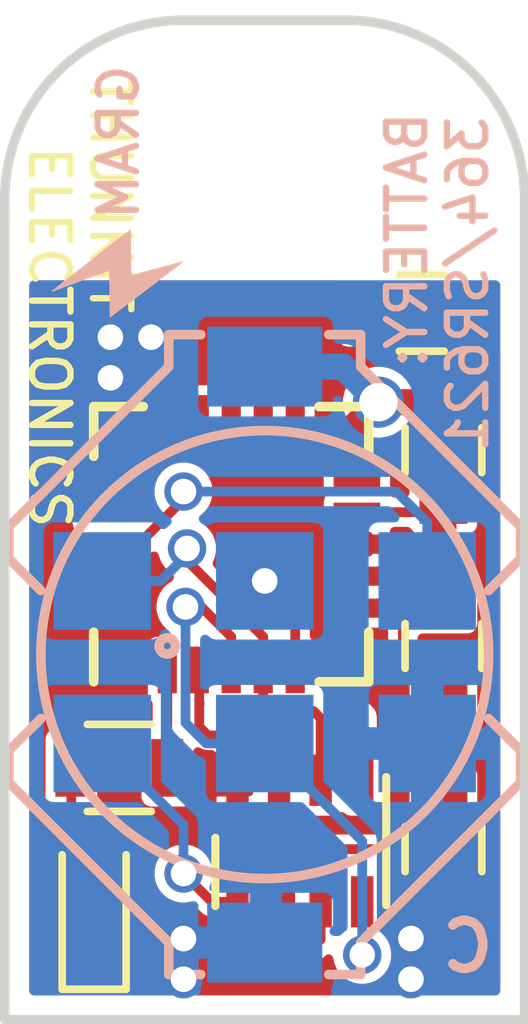
<source format=kicad_pcb>
(kicad_pcb (version 4) (host pcbnew 4.0.5+dfsg1-4)

  (general
    (links 34)
    (no_connects 0)
    (area 160.960999 95.555999 169.239001 111.327001)
    (thickness 1.6)
    (drawings 12)
    (tracks 84)
    (zones 0)
    (modules 19)
    (nets 22)
  )

  (page A4)
  (layers
    (0 F.Cu signal)
    (31 B.Cu signal)
    (32 B.Adhes user)
    (33 F.Adhes user)
    (34 B.Paste user)
    (35 F.Paste user)
    (36 B.SilkS user)
    (37 F.SilkS user)
    (38 B.Mask user)
    (39 F.Mask user)
    (40 Dwgs.User user)
    (41 Cmts.User user)
    (42 Eco1.User user)
    (43 Eco2.User user)
    (44 Edge.Cuts user)
    (45 Margin user)
    (46 B.CrtYd user)
    (47 F.CrtYd user)
    (48 B.Fab user hide)
    (49 F.Fab user hide)
  )

  (setup
    (last_trace_width 0.1524)
    (user_trace_width 0.4064)
    (user_trace_width 0.8128)
    (trace_clearance 0.1524)
    (zone_clearance 0.1524)
    (zone_45_only no)
    (trace_min 0.1524)
    (segment_width 0.2)
    (edge_width 0.15)
    (via_size 0.6)
    (via_drill 0.4)
    (via_min_size 0.4)
    (via_min_drill 0.3)
    (user_via 0.8 0.6)
    (uvia_size 0.3)
    (uvia_drill 0.1)
    (uvias_allowed no)
    (uvia_min_size 0)
    (uvia_min_drill 0)
    (pcb_text_width 0.3)
    (pcb_text_size 1.5 1.5)
    (mod_edge_width 0.15)
    (mod_text_size 1 1)
    (mod_text_width 0.15)
    (pad_size 0.6 0.6)
    (pad_drill 0.4)
    (pad_to_mask_clearance 0.0508)
    (aux_axis_origin 0 0)
    (visible_elements FFFFEF7F)
    (pcbplotparams
      (layerselection 0x00030_80000001)
      (usegerberextensions false)
      (excludeedgelayer true)
      (linewidth 0.100000)
      (plotframeref false)
      (viasonmask false)
      (mode 1)
      (useauxorigin false)
      (hpglpennumber 1)
      (hpglpenspeed 20)
      (hpglpendiameter 15)
      (hpglpenoverlay 2)
      (psnegative false)
      (psa4output false)
      (plotreference true)
      (plotvalue true)
      (plotinvisibletext false)
      (padsonsilk false)
      (subtractmaskfromsilk false)
      (outputformat 1)
      (mirror false)
      (drillshape 1)
      (scaleselection 1)
      (outputdirectory ""))
  )

  (net 0 "")
  (net 1 "Net-(BT1-Pad1)")
  (net 2 GND)
  (net 3 "Net-(D1-Pad2)")
  (net 4 "Net-(D2-Pad2)")
  (net 5 CS)
  (net 6 MISO)
  (net 7 MOSI)
  (net 8 SCK)
  (net 9 "Net-(IC1-Pad6)")
  (net 10 "Net-(IC1-Pad12)")
  (net 11 "Net-(IC1-Pad13)")
  (net 12 "Net-(IC1-Pad14)")
  (net 13 "Net-(IC1-Pad15)")
  (net 14 "Net-(IC1-Pad16)")
  (net 15 "Net-(IC1-Pad17)")
  (net 16 RST)
  (net 17 "Net-(IC1-Pad19)")
  (net 18 "Net-(IC1-Pad20)")
  (net 19 VCC)
  (net 20 "Net-(IC1-Pad11)")
  (net 21 "Net-(IC1-Pad1)")

  (net_class Default "This is the default net class."
    (clearance 0.1524)
    (trace_width 0.1524)
    (via_dia 0.6)
    (via_drill 0.4)
    (uvia_dia 0.3)
    (uvia_drill 0.1)
    (add_net CS)
    (add_net GND)
    (add_net MISO)
    (add_net MOSI)
    (add_net "Net-(BT1-Pad1)")
    (add_net "Net-(D1-Pad2)")
    (add_net "Net-(D2-Pad2)")
    (add_net "Net-(IC1-Pad1)")
    (add_net "Net-(IC1-Pad11)")
    (add_net "Net-(IC1-Pad12)")
    (add_net "Net-(IC1-Pad13)")
    (add_net "Net-(IC1-Pad14)")
    (add_net "Net-(IC1-Pad15)")
    (add_net "Net-(IC1-Pad16)")
    (add_net "Net-(IC1-Pad17)")
    (add_net "Net-(IC1-Pad19)")
    (add_net "Net-(IC1-Pad20)")
    (add_net "Net-(IC1-Pad6)")
    (add_net RST)
    (add_net SCK)
    (add_net VCC)
  )

  (module "MOD:GND VIA" (layer F.Cu) (tedit 5B0EA2E4) (tstamp 5B0EAB6D)
    (at 162.687 99.314)
    (fp_text reference "" (at 0 0) (layer F.SilkS)
      (effects (font (thickness 0.15)))
    )
    (fp_text value "" (at 0 0) (layer F.SilkS)
      (effects (font (thickness 0.15)))
    )
    (pad 1 thru_hole circle (at 0 1.27) (size 0.6 0.6) (drill 0.4) (layers *.Cu)
      (net 2 GND) (zone_connect 2))
  )

  (module "MOD:GND VIA" (layer F.Cu) (tedit 5B0EA2E4) (tstamp 5B0EA4BD)
    (at 163.322 99.314)
    (fp_text reference "" (at 0 0) (layer F.SilkS)
      (effects (font (thickness 0.15)))
    )
    (fp_text value "" (at 0 0) (layer F.SilkS)
      (effects (font (thickness 0.15)))
    )
    (pad 1 thru_hole circle (at 0 1.27) (size 0.6 0.6) (drill 0.4) (layers *.Cu)
      (net 2 GND) (zone_connect 2))
  )

  (module "MOD:GND VIA" (layer F.Cu) (tedit 5B0EA2E4) (tstamp 5B0EA4B9)
    (at 162.687 99.949)
    (fp_text reference "" (at 0 0) (layer F.SilkS)
      (effects (font (thickness 0.15)))
    )
    (fp_text value "" (at 0 0) (layer F.SilkS)
      (effects (font (thickness 0.15)))
    )
    (pad 1 thru_hole circle (at 0 1.27) (size 0.6 0.6) (drill 0.4) (layers *.Cu)
      (net 2 GND) (zone_connect 2))
  )

  (module "MOD:GND VIA" (layer F.Cu) (tedit 5B0EA2E4) (tstamp 5B0EA2F2)
    (at 163.83 109.347)
    (fp_text reference "" (at 0 0) (layer F.SilkS)
      (effects (font (thickness 0.15)))
    )
    (fp_text value "" (at 0 0) (layer F.SilkS)
      (effects (font (thickness 0.15)))
    )
    (pad 1 thru_hole circle (at 0 1.27) (size 0.6 0.6) (drill 0.4) (layers *.Cu)
      (net 2 GND) (zone_connect 2))
  )

  (module "MOD:GND VIA" (layer F.Cu) (tedit 5B0EA2E4) (tstamp 5B0EA2EE)
    (at 167.386 109.347)
    (fp_text reference "" (at 0 0) (layer F.SilkS)
      (effects (font (thickness 0.15)))
    )
    (fp_text value "" (at 0 0) (layer F.SilkS)
      (effects (font (thickness 0.15)))
    )
    (pad 1 thru_hole circle (at 0 1.27) (size 0.6 0.6) (drill 0.4) (layers *.Cu)
      (net 2 GND) (zone_connect 2))
  )

  (module "MOD:GND VIA" (layer F.Cu) (tedit 5B0EA2E4) (tstamp 5B0EA2EA)
    (at 167.386 108.712)
    (fp_text reference "" (at 0 0) (layer F.SilkS)
      (effects (font (thickness 0.15)))
    )
    (fp_text value "" (at 0 0) (layer F.SilkS)
      (effects (font (thickness 0.15)))
    )
    (pad 1 thru_hole circle (at 0 1.27) (size 0.6 0.6) (drill 0.4) (layers *.Cu)
      (net 2 GND) (zone_connect 2))
  )

  (module MOD:QFN-20-1EP_4x4mm_Pitch0.5mm (layer F.Cu) (tedit 59DEE308) (tstamp 59DEE2EB)
    (at 164.576 103.819 90)
    (descr "20-Lead Plastic Quad Flat, No Lead Package (ML) - 4x4x0.9 mm Body [QFN]; (see Microchip Packaging Specification 00000049BS.pdf)")
    (tags "QFN 0.5")
    (path /5A1E48BA)
    (attr smd)
    (fp_text reference IC1 (at 0 -3.33 90) (layer F.SilkS) hide
      (effects (font (size 1 1) (thickness 0.15)))
    )
    (fp_text value ATTINY43U-M-QFN (at 0 3.33 90) (layer F.Fab)
      (effects (font (size 1 1) (thickness 0.15)))
    )
    (fp_line (start -1 -2) (end 2 -2) (layer F.Fab) (width 0.15))
    (fp_line (start 2 -2) (end 2 2) (layer F.Fab) (width 0.15))
    (fp_line (start 2 2) (end -2 2) (layer F.Fab) (width 0.15))
    (fp_line (start -2 2) (end -2 -1) (layer F.Fab) (width 0.15))
    (fp_line (start -2 -1) (end -1 -2) (layer F.Fab) (width 0.15))
    (fp_line (start -2.6 -2.6) (end -2.6 2.6) (layer F.CrtYd) (width 0.05))
    (fp_line (start 2.6 -2.6) (end 2.6 2.6) (layer F.CrtYd) (width 0.05))
    (fp_line (start -2.6 -2.6) (end 2.6 -2.6) (layer F.CrtYd) (width 0.05))
    (fp_line (start -2.6 2.6) (end 2.6 2.6) (layer F.CrtYd) (width 0.05))
    (fp_line (start 2.15 -2.15) (end 2.15 -1.375) (layer F.SilkS) (width 0.15))
    (fp_line (start -2.15 2.15) (end -2.15 1.375) (layer F.SilkS) (width 0.15))
    (fp_line (start 2.15 2.15) (end 2.15 1.375) (layer F.SilkS) (width 0.15))
    (fp_line (start -2.15 -2.15) (end -1.375 -2.15) (layer F.SilkS) (width 0.15))
    (fp_line (start -2.15 2.15) (end -1.375 2.15) (layer F.SilkS) (width 0.15))
    (fp_line (start 2.15 2.15) (end 1.375 2.15) (layer F.SilkS) (width 0.15))
    (fp_line (start 2.15 -2.15) (end 1.375 -2.15) (layer F.SilkS) (width 0.15))
    (pad 1 smd rect (at -1.965 -1 90) (size 0.73 0.3) (layers F.Cu F.Paste F.Mask)
      (net 21 "Net-(IC1-Pad1)"))
    (pad 2 smd rect (at -1.965 -0.5 90) (size 0.73 0.3) (layers F.Cu F.Paste F.Mask)
      (net 5 CS))
    (pad 3 smd rect (at -1.965 0 90) (size 0.73 0.3) (layers F.Cu F.Paste F.Mask)
      (net 6 MISO))
    (pad 4 smd rect (at -1.965 0.5 90) (size 0.73 0.3) (layers F.Cu F.Paste F.Mask)
      (net 7 MOSI))
    (pad 5 smd rect (at -1.965 1 90) (size 0.73 0.3) (layers F.Cu F.Paste F.Mask)
      (net 8 SCK))
    (pad 6 smd rect (at -1 1.965 180) (size 0.73 0.3) (layers F.Cu F.Paste F.Mask)
      (net 9 "Net-(IC1-Pad6)"))
    (pad 7 smd rect (at -0.5 1.965 180) (size 0.73 0.3) (layers F.Cu F.Paste F.Mask)
      (net 19 VCC))
    (pad 8 smd rect (at 0 1.965 180) (size 0.73 0.3) (layers F.Cu F.Paste F.Mask)
      (net 2 GND))
    (pad 9 smd rect (at 0.5 1.965 180) (size 0.73 0.3) (layers F.Cu F.Paste F.Mask)
      (net 3 "Net-(D1-Pad2)"))
    (pad 10 smd rect (at 1 1.965 180) (size 0.73 0.3) (layers F.Cu F.Paste F.Mask)
      (net 1 "Net-(BT1-Pad1)"))
    (pad 11 smd rect (at 1.965 1 90) (size 0.73 0.3) (layers F.Cu F.Paste F.Mask)
      (net 20 "Net-(IC1-Pad11)"))
    (pad 12 smd rect (at 1.965 0.5 90) (size 0.73 0.3) (layers F.Cu F.Paste F.Mask)
      (net 10 "Net-(IC1-Pad12)"))
    (pad 13 smd rect (at 1.965 0 90) (size 0.73 0.3) (layers F.Cu F.Paste F.Mask)
      (net 11 "Net-(IC1-Pad13)"))
    (pad 14 smd rect (at 1.965 -0.5 90) (size 0.73 0.3) (layers F.Cu F.Paste F.Mask)
      (net 12 "Net-(IC1-Pad14)"))
    (pad 15 smd rect (at 1.965 -1 90) (size 0.73 0.3) (layers F.Cu F.Paste F.Mask)
      (net 13 "Net-(IC1-Pad15)"))
    (pad 16 smd rect (at 1 -1.965 180) (size 0.73 0.3) (layers F.Cu F.Paste F.Mask)
      (net 14 "Net-(IC1-Pad16)"))
    (pad 17 smd rect (at 0.5 -1.965 180) (size 0.73 0.3) (layers F.Cu F.Paste F.Mask)
      (net 15 "Net-(IC1-Pad17)"))
    (pad 18 smd rect (at 0 -1.965 180) (size 0.73 0.3) (layers F.Cu F.Paste F.Mask)
      (net 16 RST))
    (pad 19 smd rect (at -0.5 -1.965 180) (size 0.73 0.3) (layers F.Cu F.Paste F.Mask)
      (net 17 "Net-(IC1-Pad19)"))
    (pad 20 smd rect (at -1 -1.965 180) (size 0.73 0.3) (layers F.Cu F.Paste F.Mask)
      (net 18 "Net-(IC1-Pad20)"))
    (model ${KISYS3DMOD}/Housings_DFN_QFN.3dshapes/QFN-20-1EP_4x4mm_Pitch0.5mm.wrl
      (at (xyz 0 0 0))
      (scale (xyz 1 1 1))
      (rotate (xyz 0 0 0))
    )
  )

  (module "MOD:2.54 ICSP" (layer B.Cu) (tedit 59DEE305) (tstamp 59DEE2FB)
    (at 165.1 109.474)
    (path /59DEE80B)
    (fp_text reference P1 (at 0 -0.5) (layer B.SilkS) hide
      (effects (font (size 1 1) (thickness 0.15)) (justify mirror))
    )
    (fp_text value ICSP (at 0 0.5) (layer B.Fab)
      (effects (font (size 1 1) (thickness 0.15)) (justify mirror))
    )
    (fp_circle (center -1.524 -4.064) (end -1.524 -4.191) (layer B.SilkS) (width 0.15))
    (pad 2 connect rect (at -2.54 -2.54) (size 1.524 1.524) (layers B.Cu B.Mask)
      (net 19 VCC))
    (pad 4 connect rect (at 0 -2.54) (size 1.524 1.524) (layers B.Cu B.Mask)
      (net 6 MISO))
    (pad 3 connect rect (at 0 -5.08) (size 1.524 1.524) (layers B.Cu B.Mask)
      (net 8 SCK))
    (pad 1 connect rect (at -2.54 -5.08) (size 1.524 1.524) (layers B.Cu B.Mask)
      (net 7 MOSI))
    (pad 6 connect rect (at 2.54 -2.54) (size 1.524 1.524) (layers B.Cu B.Mask)
      (net 2 GND))
    (pad 5 connect rect (at 2.54 -5.08) (size 1.524 1.524) (layers B.Cu B.Mask)
      (net 16 RST))
  )

  (module MOD:LGA-8_NO_DOT (layer F.Cu) (tedit 5B0EA06A) (tstamp 59DEE307)
    (at 165.649 108.458 90)
    (path /59DEEDFC)
    (solder_mask_margin 0.1)
    (attr smd)
    (fp_text reference U1 (at 0 -2.3064 90) (layer F.Fab) hide
      (effects (font (size 0.64 0.64) (thickness 0.05)))
    )
    (fp_text value BMP280 (at 0.018 2.2568 90) (layer F.SilkS) hide
      (effects (font (size 0.64 0.64) (thickness 0.05)))
    )
    (fp_line (start -1 1.35) (end 1 1.35) (layer F.SilkS) (width 0.127))
    (fp_line (start -1.016 -1.3208) (end 0.0508 -1.3208) (layer F.SilkS) (width 0.127))
    (pad 2 smd rect (at 0.95 -0.325 90) (size 0.8 0.35) (layers F.Cu F.Paste F.Mask)
      (net 5 CS) (solder_mask_margin 0.0508))
    (pad 7 smd rect (at -0.95 -0.325 90) (size 0.8 0.35) (layers F.Cu F.Paste F.Mask)
      (net 2 GND) (solder_mask_margin 0.0508))
    (pad 3 smd rect (at 0.95 0.325 90) (size 0.8 0.35) (layers F.Cu F.Paste F.Mask)
      (net 7 MOSI) (solder_mask_margin 0.0508))
    (pad 6 smd rect (at -0.95 0.325 90) (size 0.8 0.35) (layers F.Cu F.Paste F.Mask)
      (net 19 VCC) (solder_mask_margin 0.0508))
    (pad 8 smd rect (at -0.95 -0.975 90) (size 0.8 0.35) (layers F.Cu F.Paste F.Mask)
      (net 19 VCC) (solder_mask_margin 0.0508))
    (pad 1 smd rect (at 0.95 -0.975 90) (size 0.8 0.35) (layers F.Cu F.Paste F.Mask)
      (net 2 GND) (solder_mask_margin 0.0508))
    (pad 4 smd rect (at 0.95 0.975 90) (size 0.8 0.35) (layers F.Cu F.Paste F.Mask)
      (net 8 SCK) (solder_mask_margin 0.0508))
    (pad 5 smd rect (at -0.95 0.975 90) (size 0.8 0.35) (layers F.Cu F.Paste F.Mask)
      (net 6 MISO) (solder_mask_margin 0.0508))
  )

  (module MOD:1376164-1 (layer B.Cu) (tedit 59DEE303) (tstamp 59DEE326)
    (at 166.1 98.044 180)
    (path /59DEDEC0)
    (fp_text reference BT1 (at 0 -0.5 180) (layer B.SilkS) hide
      (effects (font (size 1 1) (thickness 0.15)) (justify mirror))
    )
    (fp_text value Battery_Cell (at 0 0.5 180) (layer B.Fab)
      (effects (font (size 1 1) (thickness 0.15)) (justify mirror))
    )
    (fp_line (start -3 -9) (end -2.5 -8.5) (layer B.SilkS) (width 0.15))
    (fp_line (start -3 -9.5) (end -3 -9) (layer B.SilkS) (width 0.15))
    (fp_line (start -0.5 -12) (end -3 -9.5) (layer B.SilkS) (width 0.15))
    (fp_line (start -3 -6) (end -2.5 -6.5) (layer B.SilkS) (width 0.15))
    (fp_line (start -3 -5.5) (end -3 -6) (layer B.SilkS) (width 0.15))
    (fp_line (start -0.5 -3) (end -3 -5.5) (layer B.SilkS) (width 0.15))
    (fp_line (start 5 -9) (end 4.5 -8.5) (layer B.SilkS) (width 0.15))
    (fp_line (start 5 -9.5) (end 5 -9) (layer B.SilkS) (width 0.15))
    (fp_line (start 2.5 -12) (end 5 -9.5) (layer B.SilkS) (width 0.15))
    (fp_line (start 5 -6) (end 4.5 -6.5) (layer B.SilkS) (width 0.15))
    (fp_line (start 5 -5.5) (end 2.5 -3) (layer B.SilkS) (width 0.15))
    (fp_line (start 5 -5.5) (end 5 -6) (layer B.SilkS) (width 0.15))
    (fp_line (start -0.5 -2.5) (end -0.5 -3) (layer B.SilkS) (width 0.15))
    (fp_line (start 2.5 -12) (end 2.5 -12.5) (layer B.SilkS) (width 0.15))
    (fp_line (start 2.5 -12.5) (end 2 -12.5) (layer B.SilkS) (width 0.15))
    (fp_line (start -0.5 -12.5) (end 0 -12.5) (layer B.SilkS) (width 0.15))
    (fp_line (start 2.5 -2.5) (end 2 -2.5) (layer B.SilkS) (width 0.15))
    (fp_line (start -0.5 -2.5) (end 0 -2.5) (layer B.SilkS) (width 0.15))
    (fp_circle (center 1 -7.5) (end 4.5 -7.5) (layer B.SilkS) (width 0.15))
    (fp_line (start -0.5 -12.5) (end -0.5 -12) (layer B.SilkS) (width 0.15))
    (fp_line (start 2.5 -3) (end 2.5 -2.5) (layer B.SilkS) (width 0.15))
    (pad 1 smd rect (at 1 -3 180) (size 1.8 1.25) (layers B.Cu B.Paste B.Mask)
      (net 1 "Net-(BT1-Pad1)"))
    (pad 2 smd rect (at 1 -12 180) (size 1.8 1.25) (layers B.Cu B.Paste B.Mask)
      (net 2 GND))
  )

  (module Capacitors_SMD:C_0603 (layer F.Cu) (tedit 59DEE433) (tstamp 59DEE4D0)
    (at 167.894 105.41 90)
    (descr "Capacitor SMD 0603, reflow soldering, AVX (see smccp.pdf)")
    (tags "capacitor 0603")
    (path /59DEDF26)
    (attr smd)
    (fp_text reference D1 (at 0 -1.5 90) (layer F.SilkS) hide
      (effects (font (size 1 1) (thickness 0.15)))
    )
    (fp_text value D_Schottky (at 0 1.5 90) (layer F.Fab)
      (effects (font (size 1 1) (thickness 0.15)))
    )
    (fp_line (start 1.4 0.65) (end -1.4 0.65) (layer F.CrtYd) (width 0.05))
    (fp_line (start 1.4 0.65) (end 1.4 -0.65) (layer F.CrtYd) (width 0.05))
    (fp_line (start -1.4 -0.65) (end -1.4 0.65) (layer F.CrtYd) (width 0.05))
    (fp_line (start -1.4 -0.65) (end 1.4 -0.65) (layer F.CrtYd) (width 0.05))
    (fp_line (start 0.35 0.6) (end -0.35 0.6) (layer F.SilkS) (width 0.12))
    (fp_line (start -0.35 -0.6) (end 0.35 -0.6) (layer F.SilkS) (width 0.12))
    (fp_line (start -0.8 -0.4) (end 0.8 -0.4) (layer F.Fab) (width 0.1))
    (fp_line (start 0.8 -0.4) (end 0.8 0.4) (layer F.Fab) (width 0.1))
    (fp_line (start 0.8 0.4) (end -0.8 0.4) (layer F.Fab) (width 0.1))
    (fp_line (start -0.8 0.4) (end -0.8 -0.4) (layer F.Fab) (width 0.1))
    (fp_text user %R (at 0 0 90) (layer F.Fab)
      (effects (font (size 0.3 0.3) (thickness 0.075)))
    )
    (pad 2 smd rect (at 0.75 0 90) (size 0.8 0.75) (layers F.Cu F.Paste F.Mask)
      (net 3 "Net-(D1-Pad2)"))
    (pad 1 smd rect (at -0.75 0 90) (size 0.8 0.75) (layers F.Cu F.Paste F.Mask)
      (net 19 VCC))
    (model Capacitors_SMD.3dshapes/C_0603.wrl
      (at (xyz 0 0 0))
      (scale (xyz 1 1 1))
      (rotate (xyz 0 0 0))
    )
  )

  (module MOD:lightning2 (layer B.Cu) (tedit 0) (tstamp 59DEEC1E)
    (at 162.7505 99.6315 270)
    (fp_text reference G*** (at 0 0 270) (layer B.SilkS) hide
      (effects (font (thickness 0.3)) (justify mirror))
    )
    (fp_text value LOGO (at 0.75 0 270) (layer B.SilkS) hide
      (effects (font (thickness 0.3)) (justify mirror))
    )
    (fp_poly (pts (xy 0.235765 0.96729) (xy 0.228162 0.94615) (xy 0.21584 0.913513) (xy 0.197183 0.86346)
      (xy 0.173378 0.79923) (xy 0.145614 0.724057) (xy 0.115076 0.641179) (xy 0.082954 0.553831)
      (xy 0.050433 0.46525) (xy 0.018702 0.378673) (xy -0.011052 0.297336) (xy -0.037642 0.224475)
      (xy -0.05988 0.163326) (xy -0.076578 0.117126) (xy -0.08655 0.089112) (xy -0.0889 0.081988)
      (xy -0.076729 0.080494) (xy -0.042328 0.078927) (xy 0.011132 0.07736) (xy 0.080482 0.075872)
      (xy 0.162552 0.074537) (xy 0.254171 0.073433) (xy 0.276443 0.073217) (xy 0.641787 0.06985)
      (xy 0.220728 -0.486879) (xy 0.141472 -0.591571) (xy 0.066522 -0.690374) (xy -0.002672 -0.781392)
      (xy -0.06466 -0.862728) (xy -0.117994 -0.932485) (xy -0.161224 -0.988766) (xy -0.192901 -1.029675)
      (xy -0.211575 -1.053315) (xy -0.215893 -1.058379) (xy -0.226448 -1.064999) (xy -0.224955 -1.050813)
      (xy -0.22409 -1.04775) (xy -0.216216 -1.019736) (xy -0.203435 -0.973249) (xy -0.186703 -0.91185)
      (xy -0.166978 -0.8391) (xy -0.145217 -0.758563) (xy -0.122377 -0.6738) (xy -0.099417 -0.588373)
      (xy -0.077292 -0.505844) (xy -0.056961 -0.429775) (xy -0.03938 -0.363729) (xy -0.025508 -0.311267)
      (xy -0.016301 -0.275952) (xy -0.012716 -0.261345) (xy -0.0127 -0.261192) (xy -0.024865 -0.25933)
      (xy -0.059216 -0.257646) (xy -0.11254 -0.256207) (xy -0.181624 -0.255078) (xy -0.263256 -0.254322)
      (xy -0.354221 -0.254005) (xy -0.3683 -0.254) (xy -0.460376 -0.253783) (xy -0.543593 -0.25317)
      (xy -0.61474 -0.252219) (xy -0.670603 -0.250986) (xy -0.707968 -0.24953) (xy -0.723623 -0.247908)
      (xy -0.7239 -0.247657) (xy -0.716323 -0.236945) (xy -0.69469 -0.208379) (xy -0.660651 -0.164067)
      (xy -0.615855 -0.106118) (xy -0.56195 -0.036639) (xy -0.500587 0.042261) (xy -0.433414 0.128472)
      (xy -0.362081 0.219888) (xy -0.288237 0.314398) (xy -0.21353 0.409896) (xy -0.139611 0.504271)
      (xy -0.068127 0.595417) (xy -0.00073 0.681224) (xy 0.060934 0.759583) (xy 0.115213 0.828387)
      (xy 0.16046 0.885527) (xy 0.195025 0.928894) (xy 0.217258 0.956381) (xy 0.224749 0.9652)
      (xy 0.235777 0.975093) (xy 0.235765 0.96729)) (layer B.SilkS) (width 0.01))
  )

  (module Capacitors_SMD:C_0603 (layer F.Cu) (tedit 5A1E46A2) (tstamp 5A1E46B0)
    (at 167.894 102.35 90)
    (descr "Capacitor SMD 0603, reflow soldering, AVX (see smccp.pdf)")
    (tags "capacitor 0603")
    (path /59DEDEF9)
    (attr smd)
    (fp_text reference L1 (at 0 -1.5 90) (layer F.SilkS) hide
      (effects (font (size 1 1) (thickness 0.15)))
    )
    (fp_text value 4.7uH (at 0 1.5 90) (layer F.Fab)
      (effects (font (size 1 1) (thickness 0.15)))
    )
    (fp_line (start 1.4 0.65) (end -1.4 0.65) (layer F.CrtYd) (width 0.05))
    (fp_line (start 1.4 0.65) (end 1.4 -0.65) (layer F.CrtYd) (width 0.05))
    (fp_line (start -1.4 -0.65) (end -1.4 0.65) (layer F.CrtYd) (width 0.05))
    (fp_line (start -1.4 -0.65) (end 1.4 -0.65) (layer F.CrtYd) (width 0.05))
    (fp_line (start 0.35 0.6) (end -0.35 0.6) (layer F.SilkS) (width 0.12))
    (fp_line (start -0.35 -0.6) (end 0.35 -0.6) (layer F.SilkS) (width 0.12))
    (fp_line (start -0.8 -0.4) (end 0.8 -0.4) (layer F.Fab) (width 0.1))
    (fp_line (start 0.8 -0.4) (end 0.8 0.4) (layer F.Fab) (width 0.1))
    (fp_line (start 0.8 0.4) (end -0.8 0.4) (layer F.Fab) (width 0.1))
    (fp_line (start -0.8 0.4) (end -0.8 -0.4) (layer F.Fab) (width 0.1))
    (fp_text user %R (at 0 0 90) (layer F.Fab)
      (effects (font (size 0.3 0.3) (thickness 0.075)))
    )
    (pad 2 smd rect (at 0.75 0 90) (size 0.8 0.75) (layers F.Cu F.Paste F.Mask)
      (net 1 "Net-(BT1-Pad1)"))
    (pad 1 smd rect (at -0.75 0 90) (size 0.8 0.75) (layers F.Cu F.Paste F.Mask)
      (net 3 "Net-(D1-Pad2)"))
    (model Capacitors_SMD.3dshapes/C_0603.wrl
      (at (xyz 0 0 0))
      (scale (xyz 1 1 1))
      (rotate (xyz 0 0 0))
    )
  )

  (module Mounting_Holes:MountingHole_2.2mm_M2 (layer F.Cu) (tedit 5B0E9E8C) (tstamp 5B0E9E44)
    (at 165.1 97.79)
    (descr "Mounting Hole 2.2mm, no annular, M2")
    (tags "mounting hole 2.2mm no annular m2")
    (attr virtual)
    (fp_text reference REF** (at 0 -3.2) (layer F.SilkS) hide
      (effects (font (size 1 1) (thickness 0.15)))
    )
    (fp_text value MountingHole_2.2mm_M2 (at 0 3.2) (layer F.Fab)
      (effects (font (size 1 1) (thickness 0.15)))
    )
    (fp_text user %R (at 0.3 0) (layer F.Fab)
      (effects (font (size 1 1) (thickness 0.15)))
    )
    (fp_circle (center 0 0) (end 2.2 0) (layer Cmts.User) (width 0.15))
    (fp_circle (center 0 0) (end 2.45 0) (layer F.CrtYd) (width 0.05))
    (pad 1 np_thru_hole circle (at 0 0) (size 2.2 2.2) (drill 2.2) (layers *.Cu *.Mask))
  )

  (module LEDs:LED_0603 (layer F.Cu) (tedit 5B0EA1AD) (tstamp 5B0EA1CF)
    (at 162.433 109.474 90)
    (descr "LED 0603 smd package")
    (tags "LED led 0603 SMD smd SMT smt smdled SMDLED smtled SMTLED")
    (path /59DEF1F5)
    (attr smd)
    (fp_text reference D2 (at 0 -1.25 90) (layer F.SilkS) hide
      (effects (font (size 1 1) (thickness 0.15)))
    )
    (fp_text value LED (at 0 1.35 90) (layer F.Fab)
      (effects (font (size 1 1) (thickness 0.15)))
    )
    (fp_line (start -1.3 -0.5) (end -1.3 0.5) (layer F.SilkS) (width 0.12))
    (fp_line (start -0.2 -0.2) (end -0.2 0.2) (layer F.Fab) (width 0.1))
    (fp_line (start -0.15 0) (end 0.15 -0.2) (layer F.Fab) (width 0.1))
    (fp_line (start 0.15 0.2) (end -0.15 0) (layer F.Fab) (width 0.1))
    (fp_line (start 0.15 -0.2) (end 0.15 0.2) (layer F.Fab) (width 0.1))
    (fp_line (start 0.8 0.4) (end -0.8 0.4) (layer F.Fab) (width 0.1))
    (fp_line (start 0.8 -0.4) (end 0.8 0.4) (layer F.Fab) (width 0.1))
    (fp_line (start -0.8 -0.4) (end 0.8 -0.4) (layer F.Fab) (width 0.1))
    (fp_line (start -0.8 0.4) (end -0.8 -0.4) (layer F.Fab) (width 0.1))
    (fp_line (start -1.3 0.5) (end 0.8 0.5) (layer F.SilkS) (width 0.12))
    (fp_line (start -1.3 -0.5) (end 0.8 -0.5) (layer F.SilkS) (width 0.12))
    (fp_line (start 1.45 -0.65) (end 1.45 0.65) (layer F.CrtYd) (width 0.05))
    (fp_line (start 1.45 0.65) (end -1.45 0.65) (layer F.CrtYd) (width 0.05))
    (fp_line (start -1.45 0.65) (end -1.45 -0.65) (layer F.CrtYd) (width 0.05))
    (fp_line (start -1.45 -0.65) (end 1.45 -0.65) (layer F.CrtYd) (width 0.05))
    (pad 2 smd rect (at 0.8 0 270) (size 0.8 0.8) (layers F.Cu F.Paste F.Mask)
      (net 4 "Net-(D2-Pad2)"))
    (pad 1 smd rect (at -0.8 0 270) (size 0.8 0.8) (layers F.Cu F.Paste F.Mask)
      (net 2 GND))
    (model ${KISYS3DMOD}/LEDs.3dshapes/LED_0603.wrl
      (at (xyz 0 0 0))
      (scale (xyz 1 1 1))
      (rotate (xyz 0 0 180))
    )
  )

  (module "MOD:GND VIA" (layer F.Cu) (tedit 5B0EA2E4) (tstamp 5B0EA2E3)
    (at 163.83 108.712)
    (fp_text reference "" (at 0 0) (layer F.SilkS)
      (effects (font (thickness 0.15)))
    )
    (fp_text value "" (at 0 0) (layer F.SilkS)
      (effects (font (thickness 0.15)))
    )
    (pad 1 thru_hole circle (at 0 1.27) (size 0.6 0.6) (drill 0.4) (layers *.Cu)
      (net 2 GND) (zone_connect 2))
  )

  (module Capacitors_SMD:C_0603 (layer F.Cu) (tedit 5B26D96A) (tstamp 59DEE2C7)
    (at 167.894 108.585 90)
    (descr "Capacitor SMD 0603, reflow soldering, AVX (see smccp.pdf)")
    (tags "capacitor 0603")
    (path /59DEDF8E)
    (attr smd)
    (fp_text reference C2 (at 0 -1.5 90) (layer F.SilkS) hide
      (effects (font (size 1 1) (thickness 0.15)))
    )
    (fp_text value C (at 0 1.5 90) (layer F.Fab)
      (effects (font (size 1 1) (thickness 0.15)))
    )
    (fp_line (start 1.4 0.65) (end -1.4 0.65) (layer F.CrtYd) (width 0.05))
    (fp_line (start 1.4 0.65) (end 1.4 -0.65) (layer F.CrtYd) (width 0.05))
    (fp_line (start -1.4 -0.65) (end -1.4 0.65) (layer F.CrtYd) (width 0.05))
    (fp_line (start -1.4 -0.65) (end 1.4 -0.65) (layer F.CrtYd) (width 0.05))
    (fp_line (start 0.35 0.6) (end -0.35 0.6) (layer F.SilkS) (width 0.12))
    (fp_line (start -0.35 -0.6) (end 0.35 -0.6) (layer F.SilkS) (width 0.12))
    (fp_line (start -0.8 -0.4) (end 0.8 -0.4) (layer F.Fab) (width 0.1))
    (fp_line (start 0.8 -0.4) (end 0.8 0.4) (layer F.Fab) (width 0.1))
    (fp_line (start 0.8 0.4) (end -0.8 0.4) (layer F.Fab) (width 0.1))
    (fp_line (start -0.8 0.4) (end -0.8 -0.4) (layer F.Fab) (width 0.1))
    (fp_text user %R (at 0 0 90) (layer F.Fab)
      (effects (font (size 0.3 0.3) (thickness 0.075)))
    )
    (pad 2 smd rect (at 0.75 0 90) (size 0.8 0.75) (layers F.Cu F.Paste F.Mask)
      (net 19 VCC))
    (pad 1 smd rect (at -0.75 0 90) (size 0.8 0.75) (layers F.Cu F.Paste F.Mask)
      (net 2 GND))
    (model Capacitors_SMD.3dshapes/C_0603.wrl
      (at (xyz 0 0 0))
      (scale (xyz 1 1 1))
      (rotate (xyz 0 0 0))
    )
  )

  (module Resistors_SMD:R_0603 (layer F.Cu) (tedit 5B26D981) (tstamp 5B0EA1D5)
    (at 162.826 107.315)
    (descr "Resistor SMD 0603, reflow soldering, Vishay (see dcrcw.pdf)")
    (tags "resistor 0603")
    (path /5B0EA135)
    (attr smd)
    (fp_text reference R1 (at 0 -1.45) (layer F.SilkS) hide
      (effects (font (size 1 1) (thickness 0.15)))
    )
    (fp_text value 330 (at 0 1.5) (layer F.Fab)
      (effects (font (size 1 1) (thickness 0.15)))
    )
    (fp_text user %R (at 0 0) (layer F.Fab)
      (effects (font (size 0.4 0.4) (thickness 0.075)))
    )
    (fp_line (start -0.8 0.4) (end -0.8 -0.4) (layer F.Fab) (width 0.1))
    (fp_line (start 0.8 0.4) (end -0.8 0.4) (layer F.Fab) (width 0.1))
    (fp_line (start 0.8 -0.4) (end 0.8 0.4) (layer F.Fab) (width 0.1))
    (fp_line (start -0.8 -0.4) (end 0.8 -0.4) (layer F.Fab) (width 0.1))
    (fp_line (start 0.5 0.68) (end -0.5 0.68) (layer F.SilkS) (width 0.12))
    (fp_line (start -0.5 -0.68) (end 0.5 -0.68) (layer F.SilkS) (width 0.12))
    (fp_line (start -1.25 -0.7) (end 1.25 -0.7) (layer F.CrtYd) (width 0.05))
    (fp_line (start -1.25 -0.7) (end -1.25 0.7) (layer F.CrtYd) (width 0.05))
    (fp_line (start 1.25 0.7) (end 1.25 -0.7) (layer F.CrtYd) (width 0.05))
    (fp_line (start 1.25 0.7) (end -1.25 0.7) (layer F.CrtYd) (width 0.05))
    (pad 1 smd rect (at -0.75 0) (size 0.5 0.9) (layers F.Cu F.Paste F.Mask)
      (net 4 "Net-(D2-Pad2)"))
    (pad 2 smd rect (at 0.75 0) (size 0.5 0.9) (layers F.Cu F.Paste F.Mask)
      (net 21 "Net-(IC1-Pad1)"))
    (model ${KISYS3DMOD}/Resistors_SMD.3dshapes/R_0603.wrl
      (at (xyz 0 0 0))
      (scale (xyz 1 1 1))
      (rotate (xyz 0 0 0))
    )
  )

  (module Capacitors_SMD:C_0603 (layer F.Cu) (tedit 5B26DA9C) (tstamp 59DEE2C1)
    (at 167.555 100.203 180)
    (descr "Capacitor SMD 0603, reflow soldering, AVX (see smccp.pdf)")
    (tags "capacitor 0603")
    (path /59DEDF67)
    (attr smd)
    (fp_text reference C1 (at 0 -1.5 180) (layer F.SilkS) hide
      (effects (font (size 1 1) (thickness 0.15)))
    )
    (fp_text value C (at 0 1.5 180) (layer F.Fab)
      (effects (font (size 1 1) (thickness 0.15)))
    )
    (fp_line (start 1.4 0.65) (end -1.4 0.65) (layer F.CrtYd) (width 0.05))
    (fp_line (start 1.4 0.65) (end 1.4 -0.65) (layer F.CrtYd) (width 0.05))
    (fp_line (start -1.4 -0.65) (end -1.4 0.65) (layer F.CrtYd) (width 0.05))
    (fp_line (start -1.4 -0.65) (end 1.4 -0.65) (layer F.CrtYd) (width 0.05))
    (fp_line (start 0.35 0.6) (end -0.35 0.6) (layer F.SilkS) (width 0.12))
    (fp_line (start -0.35 -0.6) (end 0.35 -0.6) (layer F.SilkS) (width 0.12))
    (fp_line (start -0.8 -0.4) (end 0.8 -0.4) (layer F.Fab) (width 0.1))
    (fp_line (start 0.8 -0.4) (end 0.8 0.4) (layer F.Fab) (width 0.1))
    (fp_line (start 0.8 0.4) (end -0.8 0.4) (layer F.Fab) (width 0.1))
    (fp_line (start -0.8 0.4) (end -0.8 -0.4) (layer F.Fab) (width 0.1))
    (fp_text user %R (at 0 0 180) (layer F.Fab)
      (effects (font (size 0.3 0.3) (thickness 0.075)))
    )
    (pad 2 smd rect (at 0.75 0 180) (size 0.8 0.75) (layers F.Cu F.Paste F.Mask)
      (net 2 GND))
    (pad 1 smd rect (at -0.75 0 180) (size 0.8 0.75) (layers F.Cu F.Paste F.Mask)
      (net 1 "Net-(BT1-Pad1)"))
    (model Capacitors_SMD.3dshapes/C_0603.wrl
      (at (xyz 0 0 0))
      (scale (xyz 1 1 1))
      (rotate (xyz 0 0 0))
    )
  )

  (gr_text BATTERY: (at 167.3225 99.06 90) (layer B.SilkS) (tstamp 5B26E8F2)
    (effects (font (size 0.6 0.6) (thickness 0.1)) (justify mirror))
  )
  (gr_text 364/SR621 (at 168.275 99.7585 90) (layer B.SilkS) (tstamp 5B26E65A)
    (effects (font (size 0.6 0.6) (thickness 0.1)) (justify mirror))
  )
  (gr_text ELECTRONICS (at 161.7345 100.584 270) (layer F.SilkS) (tstamp 5B26DA7C)
    (effects (font (size 0.6 0.6) (thickness 0.1)))
  )
  (gr_text THUNKIT (at 162.687 98.3615 270) (layer F.SilkS) (tstamp 5B0ED8F4)
    (effects (font (size 0.6 0.6) (thickness 0.1)))
  )
  (gr_line (start 163.83 95.631) (end 166.37 95.631) (layer Edge.Cuts) (width 0.15))
  (gr_arc (start 166.37 98.425) (end 166.37 95.631) (angle 90) (layer Edge.Cuts) (width 0.15))
  (gr_arc (start 163.83 98.425) (end 161.036 98.425) (angle 90) (layer Edge.Cuts) (width 0.15))
  (gr_text C (at 168.275 110.109) (layer B.SilkS)
    (effects (font (size 0.75 0.75) (thickness 0.15)) (justify mirror))
  )
  (gr_text GRAM (at 162.814 97.536 90) (layer B.SilkS)
    (effects (font (size 0.6 0.6) (thickness 0.1)) (justify mirror))
  )
  (gr_line (start 169.164 111.252) (end 169.164 98.425) (layer Edge.Cuts) (width 0.15))
  (gr_line (start 161.036 111.252) (end 169.164 111.252) (layer Edge.Cuts) (width 0.15))
  (gr_line (start 161.036 98.425) (end 161.036 111.252) (layer Edge.Cuts) (width 0.15))

  (segment (start 166.878 101.6) (end 166.478001 101.999999) (width 0.4064) (layer F.Cu) (net 1))
  (segment (start 166.478001 101.999999) (end 166.478001 102.756001) (width 0.4064) (layer F.Cu) (net 1))
  (segment (start 166.478001 102.756001) (end 166.535399 102.813399) (width 0.4064) (layer F.Cu) (net 1))
  (segment (start 166.541 101.937) (end 166.878 101.6) (width 0.1524) (layer F.Cu) (net 1))
  (segment (start 166.878 101.6) (end 167.894 101.6) (width 0.4064) (layer F.Cu) (net 1))
  (segment (start 165.116 101.044) (end 166.322 101.044) (width 0.4064) (layer B.Cu) (net 1))
  (via (at 166.878 101.6) (size 0.8) (drill 0.6) (layers F.Cu B.Cu) (net 1))
  (segment (start 166.322 101.044) (end 166.878 101.6) (width 0.4064) (layer B.Cu) (net 1))
  (segment (start 168.105 100.33) (end 168.105 101.389) (width 0.4064) (layer F.Cu) (net 1))
  (segment (start 168.105 101.389) (end 167.894 101.6) (width 0.4064) (layer F.Cu) (net 1))
  (segment (start 166.541 103.319) (end 167.675 103.319) (width 0.1524) (layer F.Cu) (net 3))
  (segment (start 167.675 103.319) (end 167.894 103.1) (width 0.1524) (layer F.Cu) (net 3))
  (segment (start 167.894 103.1) (end 167.894 104.66) (width 0.4064) (layer F.Cu) (net 3))
  (segment (start 162.076 107.315) (end 162.076 108.317) (width 0.1524) (layer F.Cu) (net 4))
  (segment (start 162.076 108.317) (end 162.433 108.674) (width 0.1524) (layer F.Cu) (net 4))
  (segment (start 165.227 106.807) (end 165.324 106.904) (width 0.1524) (layer F.Cu) (net 5))
  (segment (start 165.324 106.904) (end 165.324 107.508) (width 0.1524) (layer F.Cu) (net 5))
  (segment (start 164.211 106.807) (end 165.227 106.807) (width 0.1524) (layer F.Cu) (net 5))
  (segment (start 164.076 106.672) (end 164.211 106.807) (width 0.1524) (layer F.Cu) (net 5))
  (segment (start 164.076 106.3014) (end 164.076 106.672) (width 0.1524) (layer F.Cu) (net 5))
  (segment (start 164.084 106.3094) (end 164.076 106.3014) (width 0.1524) (layer F.Cu) (net 5))
  (segment (start 164.076 106.3014) (end 164.076 105.784) (width 0.1524) (layer F.Cu) (net 5))
  (segment (start 164.576 105.784) (end 164.576 105.2666) (width 0.1524) (layer F.Cu) (net 6))
  (segment (start 163.861215 105.223647) (end 163.861215 104.799383) (width 0.1524) (layer B.Cu) (net 6))
  (segment (start 164.1856 106.934) (end 163.861215 106.609615) (width 0.1524) (layer B.Cu) (net 6))
  (segment (start 165.1 106.934) (end 164.1856 106.934) (width 0.1524) (layer B.Cu) (net 6))
  (segment (start 164.576 105.2666) (end 164.108783 104.799383) (width 0.1524) (layer F.Cu) (net 6))
  (segment (start 163.861215 106.609615) (end 163.861215 105.223647) (width 0.1524) (layer B.Cu) (net 6))
  (via (at 163.861215 104.799383) (size 0.6) (drill 0.4) (layers F.Cu B.Cu) (net 6))
  (segment (start 164.108783 104.799383) (end 163.861215 104.799383) (width 0.1524) (layer F.Cu) (net 6))
  (segment (start 166.624 108.458) (end 165.1 106.934) (width 0.1524) (layer B.Cu) (net 6))
  (segment (start 166.624 110.236) (end 166.624 108.458) (width 0.1524) (layer B.Cu) (net 6))
  (segment (start 166.624 109.408) (end 166.624 110.236) (width 0.1524) (layer F.Cu) (net 6))
  (via (at 166.624 110.236) (size 0.6) (drill 0.4) (layers F.Cu B.Cu) (net 6))
  (segment (start 162.56 104.394) (end 163.4744 104.394) (width 0.1524) (layer B.Cu) (net 7))
  (segment (start 163.4744 104.394) (end 163.885598 103.982802) (width 0.1524) (layer B.Cu) (net 7))
  (segment (start 163.885598 103.982802) (end 163.885598 103.886) (width 0.1524) (layer B.Cu) (net 7))
  (segment (start 165.076 105.784) (end 165.076 105.2666) (width 0.1524) (layer F.Cu) (net 7))
  (segment (start 165.076 105.2666) (end 163.885598 104.076198) (width 0.1524) (layer F.Cu) (net 7))
  (segment (start 163.885598 104.076198) (end 163.885598 103.886) (width 0.1524) (layer F.Cu) (net 7))
  (via (at 163.885598 103.886) (size 0.6) (drill 0.4) (layers F.Cu B.Cu) (net 7))
  (segment (start 165.862 106.426) (end 165.974 106.538) (width 0.1524) (layer F.Cu) (net 7))
  (segment (start 165.974 106.538) (end 165.974 107.508) (width 0.1524) (layer F.Cu) (net 7))
  (segment (start 165.2006 106.426) (end 165.862 106.426) (width 0.1524) (layer F.Cu) (net 7))
  (segment (start 165.076 105.784) (end 165.076 106.3014) (width 0.1524) (layer F.Cu) (net 7))
  (segment (start 165.076 106.3014) (end 165.2006 106.426) (width 0.1524) (layer F.Cu) (net 7))
  (segment (start 165.576 105.784) (end 165.576 104.87) (width 0.1524) (layer F.Cu) (net 8))
  (segment (start 165.576 104.87) (end 165.1 104.394) (width 0.1524) (layer F.Cu) (net 8))
  (via (at 165.1 104.394) (size 0.6) (drill 0.4) (layers F.Cu B.Cu) (net 8))
  (segment (start 165.576 105.784) (end 165.8784 105.784) (width 0.1524) (layer F.Cu) (net 8))
  (segment (start 165.8784 105.784) (end 166.624 106.5296) (width 0.1524) (layer F.Cu) (net 8))
  (segment (start 166.624 106.5296) (end 166.624 106.9556) (width 0.1524) (layer F.Cu) (net 8))
  (segment (start 166.624 106.9556) (end 166.624 107.508) (width 0.1524) (layer F.Cu) (net 8))
  (segment (start 162.611 103.819) (end 163.1284 103.819) (width 0.1524) (layer F.Cu) (net 16))
  (segment (start 163.1284 103.819) (end 163.83 103.1174) (width 0.1524) (layer F.Cu) (net 16))
  (segment (start 163.83 103.1174) (end 163.83 102.997) (width 0.1524) (layer F.Cu) (net 16))
  (segment (start 167.1574 102.997) (end 164.561518 102.997) (width 0.1524) (layer B.Cu) (net 16))
  (segment (start 164.561518 102.997) (end 163.83 102.997) (width 0.1524) (layer B.Cu) (net 16))
  (via (at 163.83 102.997) (size 0.6) (drill 0.4) (layers F.Cu B.Cu) (net 16))
  (segment (start 167.64 104.394) (end 167.64 103.4796) (width 0.1524) (layer B.Cu) (net 16))
  (segment (start 167.64 103.4796) (end 167.1574 102.997) (width 0.1524) (layer B.Cu) (net 16))
  (segment (start 165.974 109.408) (end 165.974 108.8556) (width 0.1524) (layer F.Cu) (net 19))
  (segment (start 165.974 108.8556) (end 166.2446 108.585) (width 0.1524) (layer F.Cu) (net 19))
  (segment (start 166.2446 108.585) (end 167.169 108.585) (width 0.1524) (layer F.Cu) (net 19))
  (segment (start 167.169 108.585) (end 167.894 107.86) (width 0.1524) (layer F.Cu) (net 19))
  (segment (start 167.894 107.86) (end 167.894 107.835) (width 0.1524) (layer F.Cu) (net 19))
  (segment (start 162.56 106.934) (end 163.83 108.204) (width 0.1524) (layer B.Cu) (net 19))
  (segment (start 163.83 108.204) (end 163.83 108.966) (width 0.1524) (layer B.Cu) (net 19))
  (segment (start 162.56 106.934) (end 163.322 107.696) (width 0.1524) (layer B.Cu) (net 19))
  (segment (start 164.674 109.408) (end 164.272 109.408) (width 0.1524) (layer F.Cu) (net 19))
  (segment (start 164.272 109.408) (end 163.83 108.966) (width 0.1524) (layer F.Cu) (net 19))
  (via (at 163.83 108.966) (size 0.6) (drill 0.4) (layers F.Cu B.Cu) (net 19))
  (segment (start 167.259 104.5196) (end 167.259 105.5) (width 0.1524) (layer F.Cu) (net 19))
  (segment (start 167.259 105.5) (end 167.894 106.135) (width 0.1524) (layer F.Cu) (net 19))
  (segment (start 167.894 106.135) (end 167.894 106.16) (width 0.1524) (layer F.Cu) (net 19))
  (segment (start 166.541 104.319) (end 167.0584 104.319) (width 0.1524) (layer F.Cu) (net 19))
  (segment (start 167.0584 104.319) (end 167.259 104.5196) (width 0.1524) (layer F.Cu) (net 19))
  (segment (start 165.862 110.109) (end 165.974 109.997) (width 0.1524) (layer F.Cu) (net 19))
  (segment (start 165.974 109.997) (end 165.974 109.408) (width 0.1524) (layer F.Cu) (net 19))
  (segment (start 164.8226 110.109) (end 165.862 110.109) (width 0.1524) (layer F.Cu) (net 19))
  (segment (start 164.674 109.408) (end 164.674 109.9604) (width 0.1524) (layer F.Cu) (net 19))
  (segment (start 164.674 109.9604) (end 164.8226 110.109) (width 0.1524) (layer F.Cu) (net 19))
  (segment (start 167.894 106.16) (end 167.894 107.908) (width 0.4064) (layer F.Cu) (net 19))
  (segment (start 163.576 105.784) (end 163.576 107.315) (width 0.1524) (layer F.Cu) (net 21))

  (zone (net 2) (net_name GND) (layer F.Cu) (tstamp 0) (hatch edge 0.508)
    (connect_pads (clearance 0.1524))
    (min_thickness 0.1524)
    (fill yes (arc_segments 32) (thermal_gap 0.1524) (thermal_bridge_width 0.508))
    (polygon
      (pts
        (xy 161.417 110.871) (xy 168.783 110.871) (xy 168.783 99.695) (xy 161.417 99.695)
      )
    )
    (filled_polygon
      (pts
        (xy 166.1764 99.805485) (xy 166.1764 99.96805) (xy 166.23355 100.0252) (xy 166.6272 100.0252) (xy 166.6272 100.0052)
        (xy 166.9828 100.0052) (xy 166.9828 100.0252) (xy 167.37645 100.0252) (xy 167.4336 99.96805) (xy 167.4336 99.805485)
        (xy 167.42678 99.7712) (xy 167.683366 99.7712) (xy 167.675294 99.828) (xy 167.675294 100.305678) (xy 167.673242 100.323971)
        (xy 167.6732 100.33) (xy 167.6732 100.970294) (xy 167.519 100.970294) (xy 167.482596 100.973197) (xy 167.420852 100.992318)
        (xy 167.366879 101.027884) (xy 167.324951 101.077078) (xy 167.299878 101.1327) (xy 167.280624 101.113311) (xy 167.178424 101.044377)
        (xy 167.064782 100.996606) (xy 166.944025 100.971818) (xy 166.820753 100.970958) (xy 166.699661 100.994057) (xy 166.585363 101.040237)
        (xy 166.482211 101.107737) (xy 166.394134 101.193988) (xy 166.324488 101.295704) (xy 166.275925 101.40901) (xy 166.250294 101.529592)
        (xy 166.249056 101.618286) (xy 166.172672 101.69467) (xy 166.14736 101.725486) (xy 166.121717 101.756046) (xy 166.120622 101.758038)
        (xy 166.119182 101.759791) (xy 166.10035 101.794913) (xy 166.081118 101.829895) (xy 166.080431 101.832061) (xy 166.079359 101.83406)
        (xy 166.067716 101.872146) (xy 166.055637 101.910223) (xy 166.055383 101.912485) (xy 166.054721 101.914651) (xy 166.050692 101.95431)
        (xy 166.046243 101.99397) (xy 166.046212 101.998401) (xy 166.046203 101.998491) (xy 166.046211 101.998575) (xy 166.046201 101.999999)
        (xy 166.046201 102.482175) (xy 166.023879 102.496884) (xy 165.981951 102.546078) (xy 165.955388 102.605005) (xy 165.946294 102.669)
        (xy 165.946294 102.969) (xy 165.949197 103.005404) (xy 165.968318 103.067148) (xy 165.970773 103.070874) (xy 165.955388 103.105005)
        (xy 165.946294 103.169) (xy 165.946294 103.469) (xy 165.949197 103.505404) (xy 165.968318 103.567148) (xy 165.969813 103.569417)
        (xy 165.956185 103.60232) (xy 165.9474 103.646485) (xy 165.9474 103.68685) (xy 166.00455 103.744) (xy 166.3632 103.744)
        (xy 166.3632 103.698706) (xy 166.7188 103.698706) (xy 166.7188 103.744) (xy 167.07745 103.744) (xy 167.1346 103.68685)
        (xy 167.1346 103.646485) (xy 167.130088 103.6238) (xy 167.328222 103.6238) (xy 167.346884 103.652121) (xy 167.396078 103.694049)
        (xy 167.455005 103.720612) (xy 167.4622 103.721634) (xy 167.4622 104.039513) (xy 167.420852 104.052318) (xy 167.366879 104.087884)
        (xy 167.324951 104.137078) (xy 167.319538 104.149086) (xy 167.273926 104.103474) (xy 167.252175 104.085607) (xy 167.230602 104.067505)
        (xy 167.229196 104.066732) (xy 167.227959 104.065716) (xy 167.2031 104.052386) (xy 167.178473 104.038848) (xy 167.176953 104.038366)
        (xy 167.175534 104.037605) (xy 167.148521 104.029347) (xy 167.128348 104.022947) (xy 167.1346 103.991515) (xy 167.1346 103.95115)
        (xy 167.07745 103.894) (xy 166.7188 103.894) (xy 166.7188 103.939294) (xy 166.3632 103.939294) (xy 166.3632 103.894)
        (xy 166.00455 103.894) (xy 165.9474 103.95115) (xy 165.9474 103.991515) (xy 165.956185 104.03568) (xy 165.970768 104.070887)
        (xy 165.955388 104.105005) (xy 165.946294 104.169) (xy 165.946294 104.469) (xy 165.949197 104.505404) (xy 165.968318 104.567148)
        (xy 165.970773 104.570874) (xy 165.955388 104.605005) (xy 165.946294 104.669) (xy 165.946294 104.969) (xy 165.949197 105.005404)
        (xy 165.968318 105.067148) (xy 166.003884 105.121121) (xy 166.053078 105.163049) (xy 166.112005 105.189612) (xy 166.176 105.198706)
        (xy 166.906 105.198706) (xy 166.942404 105.195803) (xy 166.9542 105.19215) (xy 166.9542 105.5) (xy 166.956947 105.528012)
        (xy 166.959401 105.556069) (xy 166.959849 105.55761) (xy 166.960005 105.559203) (xy 166.968146 105.586168) (xy 166.975998 105.613193)
        (xy 166.976734 105.614613) (xy 166.977198 105.61615) (xy 166.990441 105.641056) (xy 167.003374 105.666006) (xy 167.004372 105.667257)
        (xy 167.005126 105.668674) (xy 167.022965 105.690548) (xy 167.040486 105.712495) (xy 167.042681 105.714722) (xy 167.042723 105.714773)
        (xy 167.04277 105.714812) (xy 167.043474 105.715526) (xy 167.289294 105.961346) (xy 167.289294 106.56) (xy 167.292197 106.596404)
        (xy 167.311318 106.658148) (xy 167.346884 106.712121) (xy 167.396078 106.754049) (xy 167.455005 106.780612) (xy 167.4622 106.781634)
        (xy 167.4622 107.214513) (xy 167.420852 107.227318) (xy 167.366879 107.262884) (xy 167.324951 107.312078) (xy 167.298388 107.371005)
        (xy 167.289294 107.435) (xy 167.289294 108.033654) (xy 167.042748 108.2802) (xy 166.2446 108.2802) (xy 166.216588 108.282947)
        (xy 166.188531 108.285401) (xy 166.18699 108.285849) (xy 166.185397 108.286005) (xy 166.158432 108.294146) (xy 166.131407 108.301998)
        (xy 166.129987 108.302734) (xy 166.12845 108.303198) (xy 166.103544 108.316441) (xy 166.078594 108.329374) (xy 166.077343 108.330372)
        (xy 166.075926 108.331126) (xy 166.054077 108.348946) (xy 166.032104 108.366486) (xy 166.029876 108.368683) (xy 166.029827 108.368723)
        (xy 166.029789 108.368769) (xy 166.029074 108.369474) (xy 165.758474 108.640074) (xy 165.740607 108.661825) (xy 165.722505 108.683398)
        (xy 165.721732 108.684804) (xy 165.720716 108.686041) (xy 165.707386 108.7109) (xy 165.693848 108.735527) (xy 165.693366 108.737047)
        (xy 165.692605 108.738466) (xy 165.684347 108.765479) (xy 165.675861 108.792229) (xy 165.675683 108.793819) (xy 165.675213 108.795355)
        (xy 165.672834 108.818781) (xy 165.648865 108.834576) (xy 165.644724 108.830435) (xy 165.607283 108.805417) (xy 165.56568 108.788185)
        (xy 165.521515 108.7794) (xy 165.46865 108.7794) (xy 165.4115 108.83655) (xy 165.4115 109.2302) (xy 165.499 109.2302)
        (xy 165.499 109.5858) (xy 165.4115 109.5858) (xy 165.4115 109.6058) (xy 165.2365 109.6058) (xy 165.2365 109.5858)
        (xy 165.149 109.5858) (xy 165.149 109.2302) (xy 165.2365 109.2302) (xy 165.2365 108.83655) (xy 165.17935 108.7794)
        (xy 165.126485 108.7794) (xy 165.08232 108.788185) (xy 165.040717 108.805417) (xy 165.003276 108.830435) (xy 164.997748 108.835963)
        (xy 164.971922 108.813951) (xy 164.912995 108.787388) (xy 164.849 108.778294) (xy 164.499 108.778294) (xy 164.462596 108.781197)
        (xy 164.400852 108.800318) (xy 164.346879 108.835884) (xy 164.343831 108.839461) (xy 164.338488 108.812478) (xy 164.298985 108.716636)
        (xy 164.241618 108.630293) (xy 164.168573 108.556736) (xy 164.082632 108.498768) (xy 163.987068 108.458596) (xy 163.885521 108.437752)
        (xy 163.78186 108.437028) (xy 163.680032 108.456453) (xy 163.583917 108.495286) (xy 163.497174 108.552048) (xy 163.423109 108.624578)
        (xy 163.364543 108.710113) (xy 163.323705 108.805394) (xy 163.302152 108.906792) (xy 163.300705 109.010446) (xy 163.319418 109.112407)
        (xy 163.357579 109.208791) (xy 163.413735 109.295928) (xy 163.485746 109.370497) (xy 163.570869 109.42966) (xy 163.665863 109.471161)
        (xy 163.767109 109.493422) (xy 163.87075 109.495593) (xy 163.919878 109.48693) (xy 164.056474 109.623526) (xy 164.078225 109.641393)
        (xy 164.099798 109.659495) (xy 164.101204 109.660268) (xy 164.102441 109.661284) (xy 164.127265 109.674594) (xy 164.151927 109.688152)
        (xy 164.153452 109.688636) (xy 164.154866 109.689394) (xy 164.181804 109.69763) (xy 164.208629 109.706139) (xy 164.210222 109.706318)
        (xy 164.211754 109.706786) (xy 164.239759 109.709631) (xy 164.267744 109.71277) (xy 164.269294 109.712781) (xy 164.269294 109.808)
        (xy 164.272197 109.844404) (xy 164.291318 109.906148) (xy 164.326884 109.960121) (xy 164.372903 109.999343) (xy 164.374401 110.016469)
        (xy 164.374849 110.01801) (xy 164.375005 110.019603) (xy 164.383146 110.046568) (xy 164.390998 110.073593) (xy 164.391734 110.075013)
        (xy 164.392198 110.07655) (xy 164.405441 110.101456) (xy 164.418374 110.126406) (xy 164.419372 110.127657) (xy 164.420126 110.129074)
        (xy 164.437965 110.150948) (xy 164.455486 110.172895) (xy 164.457681 110.175122) (xy 164.457723 110.175173) (xy 164.45777 110.175212)
        (xy 164.458474 110.175926) (xy 164.607074 110.324526) (xy 164.628825 110.342393) (xy 164.650398 110.360495) (xy 164.651804 110.361268)
        (xy 164.653041 110.362284) (xy 164.677865 110.375594) (xy 164.702527 110.389152) (xy 164.704052 110.389636) (xy 164.705466 110.390394)
        (xy 164.732404 110.39863) (xy 164.759229 110.407139) (xy 164.760822 110.407318) (xy 164.762354 110.407786) (xy 164.790359 110.410631)
        (xy 164.818344 110.41377) (xy 164.821478 110.413792) (xy 164.821536 110.413798) (xy 164.82159 110.413793) (xy 164.8226 110.4138)
        (xy 165.862 110.4138) (xy 165.890012 110.411053) (xy 165.918069 110.408599) (xy 165.91961 110.408151) (xy 165.921203 110.407995)
        (xy 165.948168 110.399854) (xy 165.975193 110.392002) (xy 165.976613 110.391266) (xy 165.97815 110.390802) (xy 166.003056 110.377559)
        (xy 166.028006 110.364626) (xy 166.029257 110.363628) (xy 166.030674 110.362874) (xy 166.052548 110.345035) (xy 166.074495 110.327514)
        (xy 166.076722 110.325319) (xy 166.076773 110.325277) (xy 166.076812 110.32523) (xy 166.077526 110.324526) (xy 166.098877 110.303175)
        (xy 166.113418 110.382407) (xy 166.151579 110.478791) (xy 166.207735 110.565928) (xy 166.279746 110.640497) (xy 166.364869 110.69966)
        (xy 166.459863 110.741161) (xy 166.561109 110.763422) (xy 166.66475 110.765593) (xy 166.766839 110.747592) (xy 166.863487 110.710104)
        (xy 166.951014 110.654558) (xy 167.026084 110.58307) (xy 167.085839 110.498361) (xy 167.128003 110.40366) (xy 167.15097 110.302572)
        (xy 167.152623 110.184168) (xy 167.132488 110.082478) (xy 167.092985 109.986636) (xy 167.035618 109.900293) (xy 167.015836 109.880372)
        (xy 167.019612 109.871995) (xy 167.028706 109.808) (xy 167.028706 109.56995) (xy 167.2904 109.56995) (xy 167.2904 109.757515)
        (xy 167.299185 109.80168) (xy 167.316417 109.843283) (xy 167.341435 109.880724) (xy 167.373276 109.912565) (xy 167.410717 109.937583)
        (xy 167.45232 109.954815) (xy 167.496485 109.9636) (xy 167.65905 109.9636) (xy 167.7162 109.90645) (xy 167.7162 109.5128)
        (xy 168.0718 109.5128) (xy 168.0718 109.90645) (xy 168.12895 109.9636) (xy 168.291515 109.9636) (xy 168.33568 109.954815)
        (xy 168.377283 109.937583) (xy 168.414724 109.912565) (xy 168.446565 109.880724) (xy 168.471583 109.843283) (xy 168.488815 109.80168)
        (xy 168.4976 109.757515) (xy 168.4976 109.56995) (xy 168.44045 109.5128) (xy 168.0718 109.5128) (xy 167.7162 109.5128)
        (xy 167.34755 109.5128) (xy 167.2904 109.56995) (xy 167.028706 109.56995) (xy 167.028706 109.008) (xy 167.025803 108.971596)
        (xy 167.006682 108.909852) (xy 166.993469 108.8898) (xy 167.169 108.8898) (xy 167.197012 108.887053) (xy 167.225069 108.884599)
        (xy 167.22661 108.884151) (xy 167.228203 108.883995) (xy 167.255168 108.875854) (xy 167.282193 108.868002) (xy 167.283613 108.867266)
        (xy 167.28515 108.866802) (xy 167.303955 108.856803) (xy 167.299185 108.86832) (xy 167.2904 108.912485) (xy 167.2904 109.10005)
        (xy 167.34755 109.1572) (xy 167.7162 109.1572) (xy 167.7162 108.76355) (xy 168.0718 108.76355) (xy 168.0718 109.1572)
        (xy 168.44045 109.1572) (xy 168.4976 109.10005) (xy 168.4976 108.912485) (xy 168.488815 108.86832) (xy 168.471583 108.826717)
        (xy 168.446565 108.789276) (xy 168.414724 108.757435) (xy 168.377283 108.732417) (xy 168.33568 108.715185) (xy 168.291515 108.7064)
        (xy 168.12895 108.7064) (xy 168.0718 108.76355) (xy 167.7162 108.76355) (xy 167.65905 108.7064) (xy 167.496485 108.7064)
        (xy 167.474224 108.710828) (xy 167.720346 108.464706) (xy 168.269 108.464706) (xy 168.305404 108.461803) (xy 168.367148 108.442682)
        (xy 168.421121 108.407116) (xy 168.463049 108.357922) (xy 168.489612 108.298995) (xy 168.498706 108.235) (xy 168.498706 107.435)
        (xy 168.495803 107.398596) (xy 168.476682 107.336852) (xy 168.441116 107.282879) (xy 168.391922 107.240951) (xy 168.332995 107.214388)
        (xy 168.3258 107.213366) (xy 168.3258 106.780487) (xy 168.367148 106.767682) (xy 168.421121 106.732116) (xy 168.463049 106.682922)
        (xy 168.489612 106.623995) (xy 168.498706 106.56) (xy 168.498706 105.76) (xy 168.495803 105.723596) (xy 168.476682 105.661852)
        (xy 168.441116 105.607879) (xy 168.391922 105.565951) (xy 168.332995 105.539388) (xy 168.269 105.530294) (xy 167.720346 105.530294)
        (xy 167.5638 105.373748) (xy 167.5638 105.289706) (xy 168.269 105.289706) (xy 168.305404 105.286803) (xy 168.367148 105.267682)
        (xy 168.421121 105.232116) (xy 168.463049 105.182922) (xy 168.489612 105.123995) (xy 168.498706 105.06) (xy 168.498706 104.26)
        (xy 168.495803 104.223596) (xy 168.476682 104.161852) (xy 168.441116 104.107879) (xy 168.391922 104.065951) (xy 168.332995 104.039388)
        (xy 168.3258 104.038366) (xy 168.3258 103.720487) (xy 168.367148 103.707682) (xy 168.421121 103.672116) (xy 168.463049 103.622922)
        (xy 168.489612 103.563995) (xy 168.498706 103.5) (xy 168.498706 102.7) (xy 168.495803 102.663596) (xy 168.476682 102.601852)
        (xy 168.441116 102.547879) (xy 168.391922 102.505951) (xy 168.332995 102.479388) (xy 168.269 102.470294) (xy 167.519 102.470294)
        (xy 167.482596 102.473197) (xy 167.420852 102.492318) (xy 167.366879 102.527884) (xy 167.324951 102.577078) (xy 167.298388 102.636005)
        (xy 167.289294 102.7) (xy 167.289294 103.0142) (xy 167.129283 103.0142) (xy 167.135706 102.969) (xy 167.135706 102.669)
        (xy 167.132803 102.632596) (xy 167.113682 102.570852) (xy 167.078116 102.516879) (xy 167.028922 102.474951) (xy 166.969995 102.448388)
        (xy 166.909801 102.439834) (xy 166.909801 102.229431) (xy 166.926459 102.22978) (xy 167.047861 102.208374) (xy 167.162793 102.163795)
        (xy 167.266878 102.097741) (xy 167.3011 102.065152) (xy 167.311318 102.098148) (xy 167.346884 102.152121) (xy 167.396078 102.194049)
        (xy 167.455005 102.220612) (xy 167.519 102.229706) (xy 168.269 102.229706) (xy 168.305404 102.226803) (xy 168.367148 102.207682)
        (xy 168.421121 102.172116) (xy 168.463049 102.122922) (xy 168.489612 102.063995) (xy 168.498706 102) (xy 168.498706 101.564883)
        (xy 168.501883 101.559104) (xy 168.50257 101.556938) (xy 168.503642 101.554939) (xy 168.515289 101.516841) (xy 168.527364 101.478776)
        (xy 168.527618 101.476516) (xy 168.52828 101.474349) (xy 168.53231 101.434684) (xy 168.536758 101.395029) (xy 168.536789 101.390598)
        (xy 168.536798 101.390508) (xy 168.53679 101.390424) (xy 168.5368 101.389) (xy 168.5368 100.807706) (xy 168.705 100.807706)
        (xy 168.7068 100.807562) (xy 168.7068 110.7948) (xy 163.027219 110.7948) (xy 163.035583 110.782283) (xy 163.052815 110.74068)
        (xy 163.0616 110.696515) (xy 163.0616 110.50895) (xy 163.00445 110.4518) (xy 162.6108 110.4518) (xy 162.6108 110.4718)
        (xy 162.2552 110.4718) (xy 162.2552 110.4518) (xy 161.86155 110.4518) (xy 161.8044 110.50895) (xy 161.8044 110.696515)
        (xy 161.813185 110.74068) (xy 161.830417 110.782283) (xy 161.838781 110.7948) (xy 161.4932 110.7948) (xy 161.4932 109.851485)
        (xy 161.8044 109.851485) (xy 161.8044 110.03905) (xy 161.86155 110.0962) (xy 162.2552 110.0962) (xy 162.2552 109.70255)
        (xy 162.6108 109.70255) (xy 162.6108 110.0962) (xy 163.00445 110.0962) (xy 163.0616 110.03905) (xy 163.0616 109.851485)
        (xy 163.052815 109.80732) (xy 163.035583 109.765717) (xy 163.010565 109.728276) (xy 162.978724 109.696435) (xy 162.941283 109.671417)
        (xy 162.89968 109.654185) (xy 162.855515 109.6454) (xy 162.66795 109.6454) (xy 162.6108 109.70255) (xy 162.2552 109.70255)
        (xy 162.19805 109.6454) (xy 162.010485 109.6454) (xy 161.96632 109.654185) (xy 161.924717 109.671417) (xy 161.887276 109.696435)
        (xy 161.855435 109.728276) (xy 161.830417 109.765717) (xy 161.813185 109.80732) (xy 161.8044 109.851485) (xy 161.4932 109.851485)
        (xy 161.4932 106.865) (xy 161.596294 106.865) (xy 161.596294 107.765) (xy 161.599197 107.801404) (xy 161.618318 107.863148)
        (xy 161.653884 107.917121) (xy 161.703078 107.959049) (xy 161.762005 107.985612) (xy 161.7712 107.986919) (xy 161.7712 108.317)
        (xy 161.773947 108.345012) (xy 161.776401 108.373069) (xy 161.776849 108.37461) (xy 161.777005 108.376203) (xy 161.785146 108.403168)
        (xy 161.792998 108.430193) (xy 161.793734 108.431613) (xy 161.794198 108.43315) (xy 161.803294 108.450257) (xy 161.803294 109.074)
        (xy 161.806197 109.110404) (xy 161.825318 109.172148) (xy 161.860884 109.226121) (xy 161.910078 109.268049) (xy 161.969005 109.294612)
        (xy 162.033 109.303706) (xy 162.833 109.303706) (xy 162.869404 109.300803) (xy 162.931148 109.281682) (xy 162.985121 109.246116)
        (xy 163.027049 109.196922) (xy 163.053612 109.137995) (xy 163.062706 109.074) (xy 163.062706 108.274) (xy 163.059803 108.237596)
        (xy 163.040682 108.175852) (xy 163.005116 108.121879) (xy 162.955922 108.079951) (xy 162.896995 108.053388) (xy 162.833 108.044294)
        (xy 162.3808 108.044294) (xy 162.3808 107.986106) (xy 162.424148 107.972682) (xy 162.478121 107.937116) (xy 162.520049 107.887922)
        (xy 162.546612 107.828995) (xy 162.555706 107.765) (xy 162.555706 106.865) (xy 162.552803 106.828596) (xy 162.533682 106.766852)
        (xy 162.498116 106.712879) (xy 162.448922 106.670951) (xy 162.389995 106.644388) (xy 162.326 106.635294) (xy 161.826 106.635294)
        (xy 161.789596 106.638197) (xy 161.727852 106.657318) (xy 161.673879 106.692884) (xy 161.631951 106.742078) (xy 161.605388 106.801005)
        (xy 161.596294 106.865) (xy 161.4932 106.865) (xy 161.4932 102.669) (xy 162.016294 102.669) (xy 162.016294 102.969)
        (xy 162.019197 103.005404) (xy 162.038318 103.067148) (xy 162.040773 103.070874) (xy 162.025388 103.105005) (xy 162.016294 103.169)
        (xy 162.016294 103.469) (xy 162.019197 103.505404) (xy 162.038318 103.567148) (xy 162.040773 103.570874) (xy 162.025388 103.605005)
        (xy 162.016294 103.669) (xy 162.016294 103.969) (xy 162.019197 104.005404) (xy 162.038318 104.067148) (xy 162.040773 104.070874)
        (xy 162.025388 104.105005) (xy 162.016294 104.169) (xy 162.016294 104.469) (xy 162.019197 104.505404) (xy 162.038318 104.567148)
        (xy 162.040773 104.570874) (xy 162.025388 104.605005) (xy 162.016294 104.669) (xy 162.016294 104.969) (xy 162.019197 105.005404)
        (xy 162.038318 105.067148) (xy 162.073884 105.121121) (xy 162.123078 105.163049) (xy 162.182005 105.189612) (xy 162.246 105.198706)
        (xy 162.976 105.198706) (xy 163.012404 105.195803) (xy 163.074148 105.176682) (xy 163.128121 105.141116) (xy 163.170049 105.091922)
        (xy 163.196612 105.032995) (xy 163.205706 104.969) (xy 163.205706 104.669) (xy 163.202803 104.632596) (xy 163.183682 104.570852)
        (xy 163.181227 104.567126) (xy 163.196612 104.532995) (xy 163.205706 104.469) (xy 163.205706 104.169) (xy 163.202803 104.132596)
        (xy 163.197368 104.115047) (xy 163.214568 104.109854) (xy 163.241593 104.102002) (xy 163.243013 104.101266) (xy 163.24455 104.100802)
        (xy 163.269456 104.087559) (xy 163.294406 104.074626) (xy 163.295657 104.073628) (xy 163.297074 104.072874) (xy 163.318948 104.055035)
        (xy 163.340895 104.037514) (xy 163.343122 104.035319) (xy 163.343173 104.035277) (xy 163.343212 104.03523) (xy 163.343926 104.034526)
        (xy 163.370523 104.007929) (xy 163.375016 104.032407) (xy 163.413177 104.128791) (xy 163.469333 104.215928) (xy 163.541344 104.290497)
        (xy 163.605414 104.335028) (xy 163.528389 104.385431) (xy 163.454324 104.457961) (xy 163.395758 104.543496) (xy 163.35492 104.638777)
        (xy 163.333367 104.740175) (xy 163.33192 104.843829) (xy 163.350633 104.94579) (xy 163.388794 105.042174) (xy 163.44495 105.129311)
        (xy 163.502875 105.189294) (xy 163.426 105.189294) (xy 163.389596 105.192197) (xy 163.327852 105.211318) (xy 163.273879 105.246884)
        (xy 163.231951 105.296078) (xy 163.205388 105.355005) (xy 163.196294 105.419) (xy 163.196294 106.149) (xy 163.199197 106.185404)
        (xy 163.218318 106.247148) (xy 163.253884 106.301121) (xy 163.2712 106.315879) (xy 163.2712 106.643894) (xy 163.227852 106.657318)
        (xy 163.173879 106.692884) (xy 163.131951 106.742078) (xy 163.105388 106.801005) (xy 163.096294 106.865) (xy 163.096294 107.765)
        (xy 163.099197 107.801404) (xy 163.118318 107.863148) (xy 163.153884 107.917121) (xy 163.203078 107.959049) (xy 163.262005 107.985612)
        (xy 163.326 107.994706) (xy 163.826 107.994706) (xy 163.862404 107.991803) (xy 163.924148 107.972682) (xy 163.978121 107.937116)
        (xy 164.020049 107.887922) (xy 164.046612 107.828995) (xy 164.055706 107.765) (xy 164.055706 107.74295) (xy 164.2704 107.74295)
        (xy 164.2704 107.930515) (xy 164.279185 107.97468) (xy 164.296417 108.016283) (xy 164.321435 108.053724) (xy 164.353276 108.085565)
        (xy 164.390717 108.110583) (xy 164.43232 108.127815) (xy 164.476485 108.1366) (xy 164.52935 108.1366) (xy 164.5865 108.07945)
        (xy 164.5865 107.6858) (xy 164.32755 107.6858) (xy 164.2704 107.74295) (xy 164.055706 107.74295) (xy 164.055706 107.067933)
        (xy 164.066279 107.073602) (xy 164.090927 107.087152) (xy 164.092447 107.087634) (xy 164.093866 107.088395) (xy 164.120879 107.096653)
        (xy 164.147629 107.105139) (xy 164.149219 107.105317) (xy 164.150755 107.105787) (xy 164.178799 107.108635) (xy 164.206744 107.11177)
        (xy 164.209879 107.111792) (xy 164.209937 107.111798) (xy 164.209991 107.111793) (xy 164.211 107.1118) (xy 164.2704 107.1118)
        (xy 164.2704 107.27305) (xy 164.32755 107.3302) (xy 164.5865 107.3302) (xy 164.5865 107.3102) (xy 164.7615 107.3102)
        (xy 164.7615 107.3302) (xy 164.849 107.3302) (xy 164.849 107.6858) (xy 164.7615 107.6858) (xy 164.7615 108.07945)
        (xy 164.81865 108.1366) (xy 164.871515 108.1366) (xy 164.91568 108.127815) (xy 164.957283 108.110583) (xy 164.994724 108.085565)
        (xy 165.000252 108.080037) (xy 165.026078 108.102049) (xy 165.085005 108.128612) (xy 165.149 108.137706) (xy 165.499 108.137706)
        (xy 165.535404 108.134803) (xy 165.597148 108.115682) (xy 165.650683 108.080405) (xy 165.676078 108.102049) (xy 165.735005 108.128612)
        (xy 165.799 108.137706) (xy 166.149 108.137706) (xy 166.185404 108.134803) (xy 166.247148 108.115682) (xy 166.300683 108.080405)
        (xy 166.326078 108.102049) (xy 166.385005 108.128612) (xy 166.449 108.137706) (xy 166.799 108.137706) (xy 166.835404 108.134803)
        (xy 166.897148 108.115682) (xy 166.951121 108.080116) (xy 166.993049 108.030922) (xy 167.019612 107.971995) (xy 167.028706 107.908)
        (xy 167.028706 107.108) (xy 167.025803 107.071596) (xy 167.006682 107.009852) (xy 166.971116 106.955879) (xy 166.9288 106.919813)
        (xy 166.9288 106.5296) (xy 166.926053 106.501584) (xy 166.923599 106.473532) (xy 166.923151 106.471991) (xy 166.922995 106.470397)
        (xy 166.91485 106.44342) (xy 166.907002 106.416407) (xy 166.906266 106.414987) (xy 166.905802 106.41345) (xy 166.892559 106.388544)
        (xy 166.879626 106.363594) (xy 166.878628 106.362343) (xy 166.877874 106.360926) (xy 166.860059 106.339083) (xy 166.842515 106.317105)
        (xy 166.840317 106.314876) (xy 166.840277 106.314827) (xy 166.840231 106.314789) (xy 166.839526 106.314074) (xy 166.093926 105.568474)
        (xy 166.072175 105.550607) (xy 166.050602 105.532505) (xy 166.049196 105.531732) (xy 166.047959 105.530716) (xy 166.0231 105.517386)
        (xy 165.998473 105.503848) (xy 165.996953 105.503366) (xy 165.995534 105.502605) (xy 165.968521 105.494347) (xy 165.955706 105.490281)
        (xy 165.955706 105.419) (xy 165.952803 105.382596) (xy 165.933682 105.320852) (xy 165.898116 105.266879) (xy 165.8808 105.252121)
        (xy 165.8808 104.87) (xy 165.878053 104.841984) (xy 165.875599 104.813932) (xy 165.875151 104.812391) (xy 165.874995 104.810797)
        (xy 165.86685 104.78382) (xy 165.859002 104.756807) (xy 165.858266 104.755387) (xy 165.857802 104.75385) (xy 165.844559 104.728944)
        (xy 165.831626 104.703994) (xy 165.830628 104.702743) (xy 165.829874 104.701326) (xy 165.812059 104.679483) (xy 165.794515 104.657505)
        (xy 165.792317 104.655276) (xy 165.792277 104.655227) (xy 165.792231 104.655189) (xy 165.791526 104.654474) (xy 165.621537 104.484485)
        (xy 165.62697 104.460572) (xy 165.628623 104.342168) (xy 165.608488 104.240478) (xy 165.568985 104.144636) (xy 165.511618 104.058293)
        (xy 165.438573 103.984736) (xy 165.352632 103.926768) (xy 165.257068 103.886596) (xy 165.155521 103.865752) (xy 165.05186 103.865028)
        (xy 164.950032 103.884453) (xy 164.853917 103.923286) (xy 164.767174 103.980048) (xy 164.693109 104.052578) (xy 164.634543 104.138113)
        (xy 164.593705 104.233394) (xy 164.572694 104.332242) (xy 164.360184 104.119732) (xy 164.389601 104.05366) (xy 164.412568 103.952572)
        (xy 164.414221 103.834168) (xy 164.394086 103.732478) (xy 164.354583 103.636636) (xy 164.297216 103.550293) (xy 164.224171 103.476736)
        (xy 164.144884 103.423256) (xy 164.157014 103.415558) (xy 164.232084 103.34407) (xy 164.291839 103.259361) (xy 164.334003 103.16466)
        (xy 164.35697 103.063572) (xy 164.358623 102.945168) (xy 164.338488 102.843478) (xy 164.298985 102.747636) (xy 164.241618 102.661293)
        (xy 164.168573 102.587736) (xy 164.082632 102.529768) (xy 163.987068 102.489596) (xy 163.885521 102.468752) (xy 163.78186 102.468028)
        (xy 163.680032 102.487453) (xy 163.583917 102.526286) (xy 163.497174 102.583048) (xy 163.423109 102.655578) (xy 163.364543 102.741113)
        (xy 163.323705 102.836394) (xy 163.302152 102.937792) (xy 163.300705 103.041446) (xy 163.319418 103.143407) (xy 163.334599 103.181749)
        (xy 163.205706 103.310642) (xy 163.205706 103.169) (xy 163.202803 103.132596) (xy 163.183682 103.070852) (xy 163.181227 103.067126)
        (xy 163.196612 103.032995) (xy 163.205706 102.969) (xy 163.205706 102.669) (xy 163.202803 102.632596) (xy 163.183682 102.570852)
        (xy 163.148116 102.516879) (xy 163.098922 102.474951) (xy 163.039995 102.448388) (xy 162.976 102.439294) (xy 162.246 102.439294)
        (xy 162.209596 102.442197) (xy 162.147852 102.461318) (xy 162.093879 102.496884) (xy 162.051951 102.546078) (xy 162.025388 102.605005)
        (xy 162.016294 102.669) (xy 161.4932 102.669) (xy 161.4932 101.489) (xy 163.196294 101.489) (xy 163.196294 102.219)
        (xy 163.199197 102.255404) (xy 163.218318 102.317148) (xy 163.253884 102.371121) (xy 163.303078 102.413049) (xy 163.362005 102.439612)
        (xy 163.426 102.448706) (xy 163.726 102.448706) (xy 163.762404 102.445803) (xy 163.824148 102.426682) (xy 163.827874 102.424227)
        (xy 163.862005 102.439612) (xy 163.926 102.448706) (xy 164.226 102.448706) (xy 164.262404 102.445803) (xy 164.324148 102.426682)
        (xy 164.327874 102.424227) (xy 164.362005 102.439612) (xy 164.426 102.448706) (xy 164.726 102.448706) (xy 164.762404 102.445803)
        (xy 164.824148 102.426682) (xy 164.827874 102.424227) (xy 164.862005 102.439612) (xy 164.926 102.448706) (xy 165.226 102.448706)
        (xy 165.262404 102.445803) (xy 165.324148 102.426682) (xy 165.327874 102.424227) (xy 165.362005 102.439612) (xy 165.426 102.448706)
        (xy 165.726 102.448706) (xy 165.762404 102.445803) (xy 165.824148 102.426682) (xy 165.878121 102.391116) (xy 165.920049 102.341922)
        (xy 165.946612 102.282995) (xy 165.955706 102.219) (xy 165.955706 101.489) (xy 165.952803 101.452596) (xy 165.933682 101.390852)
        (xy 165.898116 101.336879) (xy 165.848922 101.294951) (xy 165.789995 101.268388) (xy 165.726 101.259294) (xy 165.426 101.259294)
        (xy 165.389596 101.262197) (xy 165.327852 101.281318) (xy 165.324126 101.283773) (xy 165.289995 101.268388) (xy 165.226 101.259294)
        (xy 164.926 101.259294) (xy 164.889596 101.262197) (xy 164.827852 101.281318) (xy 164.824126 101.283773) (xy 164.789995 101.268388)
        (xy 164.726 101.259294) (xy 164.426 101.259294) (xy 164.389596 101.262197) (xy 164.327852 101.281318) (xy 164.324126 101.283773)
        (xy 164.289995 101.268388) (xy 164.226 101.259294) (xy 163.926 101.259294) (xy 163.889596 101.262197) (xy 163.827852 101.281318)
        (xy 163.824126 101.283773) (xy 163.789995 101.268388) (xy 163.726 101.259294) (xy 163.426 101.259294) (xy 163.389596 101.262197)
        (xy 163.327852 101.281318) (xy 163.273879 101.316884) (xy 163.231951 101.366078) (xy 163.205388 101.425005) (xy 163.196294 101.489)
        (xy 161.4932 101.489) (xy 161.4932 100.43795) (xy 166.1764 100.43795) (xy 166.1764 100.600515) (xy 166.185185 100.64468)
        (xy 166.202417 100.686283) (xy 166.227435 100.723724) (xy 166.259276 100.755565) (xy 166.296717 100.780583) (xy 166.33832 100.797815)
        (xy 166.382485 100.8066) (xy 166.57005 100.8066) (xy 166.6272 100.74945) (xy 166.6272 100.3808) (xy 166.9828 100.3808)
        (xy 166.9828 100.74945) (xy 167.03995 100.8066) (xy 167.227515 100.8066) (xy 167.27168 100.797815) (xy 167.313283 100.780583)
        (xy 167.350724 100.755565) (xy 167.382565 100.723724) (xy 167.407583 100.686283) (xy 167.424815 100.64468) (xy 167.4336 100.600515)
        (xy 167.4336 100.43795) (xy 167.37645 100.3808) (xy 166.9828 100.3808) (xy 166.6272 100.3808) (xy 166.23355 100.3808)
        (xy 166.1764 100.43795) (xy 161.4932 100.43795) (xy 161.4932 99.7712) (xy 166.18322 99.7712)
      )
    )
  )
  (zone (net 2) (net_name GND) (layer B.Cu) (tstamp 5B0E9F85) (hatch edge 0.508)
    (connect_pads (clearance 0.1524))
    (min_thickness 0.1524)
    (fill yes (arc_segments 32) (thermal_gap 0.1524) (thermal_bridge_width 0.508))
    (polygon
      (pts
        (xy 161.417 110.871) (xy 168.783 110.871) (xy 168.783 99.695) (xy 161.417 99.695)
      )
    )
    (filled_polygon
      (pts
        (xy 168.7068 110.7948) (xy 166.206878 110.7948) (xy 166.218583 110.777283) (xy 166.235815 110.73568) (xy 166.2446 110.691515)
        (xy 166.2446 110.604103) (xy 166.279746 110.640497) (xy 166.364869 110.69966) (xy 166.459863 110.741161) (xy 166.561109 110.763422)
        (xy 166.66475 110.765593) (xy 166.766839 110.747592) (xy 166.863487 110.710104) (xy 166.951014 110.654558) (xy 167.026084 110.58307)
        (xy 167.085839 110.498361) (xy 167.128003 110.40366) (xy 167.15097 110.302572) (xy 167.152623 110.184168) (xy 167.132488 110.082478)
        (xy 167.092985 109.986636) (xy 167.035618 109.900293) (xy 166.962573 109.826736) (xy 166.9288 109.803956) (xy 166.9288 108.458)
        (xy 166.926049 108.429943) (xy 166.923599 108.401931) (xy 166.923151 108.40039) (xy 166.922995 108.398797) (xy 166.91484 108.371786)
        (xy 166.907001 108.344807) (xy 166.906268 108.343392) (xy 166.905802 108.34185) (xy 166.89254 108.316909) (xy 166.879626 108.291994)
        (xy 166.878628 108.290743) (xy 166.877874 108.289326) (xy 166.860054 108.267477) (xy 166.842514 108.245504) (xy 166.840317 108.243276)
        (xy 166.840277 108.243227) (xy 166.840231 108.243189) (xy 166.839526 108.242474) (xy 166.091706 107.494654) (xy 166.091706 107.16895)
        (xy 166.6494 107.16895) (xy 166.6494 107.718515) (xy 166.658185 107.76268) (xy 166.675417 107.804283) (xy 166.700435 107.841724)
        (xy 166.732276 107.873565) (xy 166.769717 107.898583) (xy 166.81132 107.915815) (xy 166.855485 107.9246) (xy 167.40505 107.9246)
        (xy 167.4622 107.86745) (xy 167.4622 107.1118) (xy 167.8178 107.1118) (xy 167.8178 107.86745) (xy 167.87495 107.9246)
        (xy 168.424515 107.9246) (xy 168.46868 107.915815) (xy 168.510283 107.898583) (xy 168.547724 107.873565) (xy 168.579565 107.841724)
        (xy 168.604583 107.804283) (xy 168.621815 107.76268) (xy 168.6306 107.718515) (xy 168.6306 107.16895) (xy 168.57345 107.1118)
        (xy 167.8178 107.1118) (xy 167.4622 107.1118) (xy 166.70655 107.1118) (xy 166.6494 107.16895) (xy 166.091706 107.16895)
        (xy 166.091706 106.172) (xy 166.089911 106.149485) (xy 166.6494 106.149485) (xy 166.6494 106.69905) (xy 166.70655 106.7562)
        (xy 167.4622 106.7562) (xy 167.4622 106.00055) (xy 167.8178 106.00055) (xy 167.8178 106.7562) (xy 168.57345 106.7562)
        (xy 168.6306 106.69905) (xy 168.6306 106.149485) (xy 168.621815 106.10532) (xy 168.604583 106.063717) (xy 168.579565 106.026276)
        (xy 168.547724 105.994435) (xy 168.510283 105.969417) (xy 168.46868 105.952185) (xy 168.424515 105.9434) (xy 167.87495 105.9434)
        (xy 167.8178 106.00055) (xy 167.4622 106.00055) (xy 167.40505 105.9434) (xy 166.855485 105.9434) (xy 166.81132 105.952185)
        (xy 166.769717 105.969417) (xy 166.732276 105.994435) (xy 166.700435 106.026276) (xy 166.675417 106.063717) (xy 166.658185 106.10532)
        (xy 166.6494 106.149485) (xy 166.089911 106.149485) (xy 166.088803 106.135596) (xy 166.069682 106.073852) (xy 166.034116 106.019879)
        (xy 165.984922 105.977951) (xy 165.925995 105.951388) (xy 165.862 105.942294) (xy 164.338 105.942294) (xy 164.301596 105.945197)
        (xy 164.239852 105.964318) (xy 164.185879 105.999884) (xy 164.166015 106.02319) (xy 164.166015 105.308233) (xy 164.215078 105.350049)
        (xy 164.274005 105.376612) (xy 164.338 105.385706) (xy 165.862 105.385706) (xy 165.898404 105.382803) (xy 165.960148 105.363682)
        (xy 166.014121 105.328116) (xy 166.056049 105.278922) (xy 166.082612 105.219995) (xy 166.091706 105.156) (xy 166.091706 103.632)
        (xy 166.088803 103.595596) (xy 166.069682 103.533852) (xy 166.034116 103.479879) (xy 165.984922 103.437951) (xy 165.925995 103.411388)
        (xy 165.862 103.402294) (xy 164.338 103.402294) (xy 164.301596 103.405197) (xy 164.239852 103.424318) (xy 164.192611 103.455448)
        (xy 164.144884 103.423256) (xy 164.157014 103.415558) (xy 164.232084 103.34407) (xy 164.261902 103.3018) (xy 167.031148 103.3018)
        (xy 167.131642 103.402294) (xy 166.878 103.402294) (xy 166.841596 103.405197) (xy 166.779852 103.424318) (xy 166.725879 103.459884)
        (xy 166.683951 103.509078) (xy 166.657388 103.568005) (xy 166.648294 103.632) (xy 166.648294 105.156) (xy 166.651197 105.192404)
        (xy 166.670318 105.254148) (xy 166.705884 105.308121) (xy 166.755078 105.350049) (xy 166.814005 105.376612) (xy 166.878 105.385706)
        (xy 168.402 105.385706) (xy 168.438404 105.382803) (xy 168.500148 105.363682) (xy 168.554121 105.328116) (xy 168.596049 105.278922)
        (xy 168.622612 105.219995) (xy 168.631706 105.156) (xy 168.631706 103.632) (xy 168.628803 103.595596) (xy 168.609682 103.533852)
        (xy 168.574116 103.479879) (xy 168.524922 103.437951) (xy 168.465995 103.411388) (xy 168.402 103.402294) (xy 167.933529 103.402294)
        (xy 167.93084 103.393386) (xy 167.923001 103.366407) (xy 167.922268 103.364992) (xy 167.921802 103.36345) (xy 167.90854 103.338509)
        (xy 167.895626 103.313594) (xy 167.894628 103.312343) (xy 167.893874 103.310926) (xy 167.876054 103.289077) (xy 167.858514 103.267104)
        (xy 167.856317 103.264876) (xy 167.856277 103.264827) (xy 167.856231 103.264789) (xy 167.855526 103.264074) (xy 167.372926 102.781474)
        (xy 167.351175 102.763607) (xy 167.329602 102.745505) (xy 167.328196 102.744732) (xy 167.326959 102.743716) (xy 167.3021 102.730386)
        (xy 167.277473 102.716848) (xy 167.275953 102.716366) (xy 167.274534 102.715605) (xy 167.247521 102.707347) (xy 167.220771 102.698861)
        (xy 167.219181 102.698683) (xy 167.217645 102.698213) (xy 167.189601 102.695365) (xy 167.161656 102.69223) (xy 167.158521 102.692208)
        (xy 167.158463 102.692202) (xy 167.158409 102.692207) (xy 167.1574 102.6922) (xy 164.262153 102.6922) (xy 164.241618 102.661293)
        (xy 164.168573 102.587736) (xy 164.082632 102.529768) (xy 163.987068 102.489596) (xy 163.885521 102.468752) (xy 163.78186 102.468028)
        (xy 163.680032 102.487453) (xy 163.583917 102.526286) (xy 163.497174 102.583048) (xy 163.423109 102.655578) (xy 163.364543 102.741113)
        (xy 163.323705 102.836394) (xy 163.302152 102.937792) (xy 163.300705 103.041446) (xy 163.319418 103.143407) (xy 163.357579 103.239791)
        (xy 163.413735 103.326928) (xy 163.485746 103.401497) (xy 163.570532 103.460426) (xy 163.552772 103.472048) (xy 163.513985 103.510031)
        (xy 163.494116 103.479879) (xy 163.444922 103.437951) (xy 163.385995 103.411388) (xy 163.322 103.402294) (xy 161.798 103.402294)
        (xy 161.761596 103.405197) (xy 161.699852 103.424318) (xy 161.645879 103.459884) (xy 161.603951 103.509078) (xy 161.577388 103.568005)
        (xy 161.568294 103.632) (xy 161.568294 105.156) (xy 161.571197 105.192404) (xy 161.590318 105.254148) (xy 161.625884 105.308121)
        (xy 161.675078 105.350049) (xy 161.734005 105.376612) (xy 161.798 105.385706) (xy 163.322 105.385706) (xy 163.358404 105.382803)
        (xy 163.420148 105.363682) (xy 163.474121 105.328116) (xy 163.516049 105.278922) (xy 163.542024 105.221299) (xy 163.556415 105.231302)
        (xy 163.556415 106.609615) (xy 163.559162 106.637627) (xy 163.561616 106.665684) (xy 163.562064 106.667225) (xy 163.56222 106.668818)
        (xy 163.570361 106.695783) (xy 163.578213 106.722808) (xy 163.578949 106.724228) (xy 163.579413 106.725765) (xy 163.592656 106.750671)
        (xy 163.605589 106.775621) (xy 163.606587 106.776872) (xy 163.607341 106.778289) (xy 163.62518 106.800163) (xy 163.642701 106.82211)
        (xy 163.644896 106.824337) (xy 163.644938 106.824388) (xy 163.644985 106.824427) (xy 163.645689 106.825141) (xy 163.970074 107.149526)
        (xy 163.991804 107.167375) (xy 164.013398 107.185495) (xy 164.014807 107.18627) (xy 164.016042 107.187284) (xy 164.04086 107.200592)
        (xy 164.065527 107.214152) (xy 164.06705 107.214635) (xy 164.068467 107.215395) (xy 164.095465 107.223649) (xy 164.108294 107.227719)
        (xy 164.108294 107.696) (xy 164.111197 107.732404) (xy 164.130318 107.794148) (xy 164.165884 107.848121) (xy 164.215078 107.890049)
        (xy 164.274005 107.916612) (xy 164.338 107.925706) (xy 165.660654 107.925706) (xy 166.3192 108.584252) (xy 166.3192 109.803709)
        (xy 166.291174 109.822048) (xy 166.2446 109.867657) (xy 166.2446 109.866198) (xy 166.187452 109.866198) (xy 166.2446 109.80905)
        (xy 166.2446 109.396485) (xy 166.235815 109.35232) (xy 166.218583 109.310717) (xy 166.193565 109.273276) (xy 166.161724 109.241435)
        (xy 166.124283 109.216417) (xy 166.08268 109.199185) (xy 166.038515 109.1904) (xy 165.35095 109.1904) (xy 165.2938 109.24755)
        (xy 165.2938 109.8662) (xy 165.3138 109.8662) (xy 165.3138 110.2218) (xy 165.2938 110.2218) (xy 165.2938 110.2418)
        (xy 164.9382 110.2418) (xy 164.9382 110.2218) (xy 164.04455 110.2218) (xy 163.9874 110.27895) (xy 163.9874 110.691515)
        (xy 163.996185 110.73568) (xy 164.013417 110.777283) (xy 164.025122 110.7948) (xy 161.4932 110.7948) (xy 161.4932 106.172)
        (xy 161.568294 106.172) (xy 161.568294 107.696) (xy 161.571197 107.732404) (xy 161.590318 107.794148) (xy 161.625884 107.848121)
        (xy 161.675078 107.890049) (xy 161.734005 107.916612) (xy 161.798 107.925706) (xy 163.120654 107.925706) (xy 163.5252 108.330252)
        (xy 163.5252 108.533709) (xy 163.497174 108.552048) (xy 163.423109 108.624578) (xy 163.364543 108.710113) (xy 163.323705 108.805394)
        (xy 163.302152 108.906792) (xy 163.300705 109.010446) (xy 163.319418 109.112407) (xy 163.357579 109.208791) (xy 163.413735 109.295928)
        (xy 163.485746 109.370497) (xy 163.570869 109.42966) (xy 163.665863 109.471161) (xy 163.767109 109.493422) (xy 163.87075 109.495593)
        (xy 163.972839 109.477592) (xy 163.9874 109.471944) (xy 163.9874 109.80905) (xy 164.04455 109.8662) (xy 164.9382 109.8662)
        (xy 164.9382 109.24755) (xy 164.88105 109.1904) (xy 164.30874 109.1904) (xy 164.334003 109.13366) (xy 164.35697 109.032572)
        (xy 164.358623 108.914168) (xy 164.338488 108.812478) (xy 164.298985 108.716636) (xy 164.241618 108.630293) (xy 164.168573 108.556736)
        (xy 164.1348 108.533956) (xy 164.1348 108.204) (xy 164.132053 108.175988) (xy 164.129599 108.147931) (xy 164.129151 108.14639)
        (xy 164.128995 108.144797) (xy 164.120854 108.117832) (xy 164.113002 108.090807) (xy 164.112266 108.089387) (xy 164.111802 108.08785)
        (xy 164.098559 108.062944) (xy 164.085626 108.037994) (xy 164.084628 108.036743) (xy 164.083874 108.035326) (xy 164.066054 108.013477)
        (xy 164.048514 107.991504) (xy 164.046317 107.989276) (xy 164.046277 107.989227) (xy 164.046231 107.989189) (xy 164.045526 107.988474)
        (xy 163.551706 107.494654) (xy 163.551706 106.172) (xy 163.548803 106.135596) (xy 163.529682 106.073852) (xy 163.494116 106.019879)
        (xy 163.444922 105.977951) (xy 163.385995 105.951388) (xy 163.322 105.942294) (xy 161.798 105.942294) (xy 161.761596 105.945197)
        (xy 161.699852 105.964318) (xy 161.645879 105.999884) (xy 161.603951 106.049078) (xy 161.577388 106.108005) (xy 161.568294 106.172)
        (xy 161.4932 106.172) (xy 161.4932 100.419) (xy 163.986294 100.419) (xy 163.986294 101.669) (xy 163.989197 101.705404)
        (xy 164.008318 101.767148) (xy 164.043884 101.821121) (xy 164.093078 101.863049) (xy 164.152005 101.889612) (xy 164.216 101.898706)
        (xy 166.016 101.898706) (xy 166.052404 101.895803) (xy 166.114148 101.876682) (xy 166.168121 101.841116) (xy 166.210049 101.791922)
        (xy 166.236612 101.732995) (xy 166.245706 101.669) (xy 166.245706 101.578364) (xy 166.249559 101.582217) (xy 166.248573 101.652854)
        (xy 166.270827 101.774104) (xy 166.316207 101.888722) (xy 166.382986 101.992343) (xy 166.46862 102.08102) (xy 166.569847 102.151374)
        (xy 166.682812 102.200727) (xy 166.803211 102.227199) (xy 166.926459 102.22978) (xy 167.047861 102.208374) (xy 167.162793 102.163795)
        (xy 167.266878 102.097741) (xy 167.35615 102.012728) (xy 167.42721 101.911994) (xy 167.47735 101.799377) (xy 167.504661 101.679166)
        (xy 167.506627 101.538363) (xy 167.482683 101.417435) (xy 167.435707 101.303462) (xy 167.367487 101.200784) (xy 167.280624 101.113311)
        (xy 167.178424 101.044377) (xy 167.064782 100.996606) (xy 166.944025 100.971818) (xy 166.859889 100.971231) (xy 166.627329 100.738671)
        (xy 166.596513 100.713359) (xy 166.565953 100.687716) (xy 166.563961 100.686621) (xy 166.562208 100.685181) (xy 166.527086 100.666349)
        (xy 166.492104 100.647117) (xy 166.489938 100.64643) (xy 166.487939 100.645358) (xy 166.449853 100.633715) (xy 166.411776 100.621636)
        (xy 166.409514 100.621382) (xy 166.407348 100.62072) (xy 166.367689 100.616691) (xy 166.328029 100.612242) (xy 166.323598 100.612211)
        (xy 166.323508 100.612202) (xy 166.323424 100.61221) (xy 166.322 100.6122) (xy 166.245706 100.6122) (xy 166.245706 100.419)
        (xy 166.242803 100.382596) (xy 166.223682 100.320852) (xy 166.188116 100.266879) (xy 166.138922 100.224951) (xy 166.079995 100.198388)
        (xy 166.016 100.189294) (xy 164.216 100.189294) (xy 164.179596 100.192197) (xy 164.117852 100.211318) (xy 164.063879 100.246884)
        (xy 164.021951 100.296078) (xy 163.995388 100.355005) (xy 163.986294 100.419) (xy 161.4932 100.419) (xy 161.4932 99.7712)
        (xy 168.7068 99.7712)
      )
    )
  )
)

</source>
